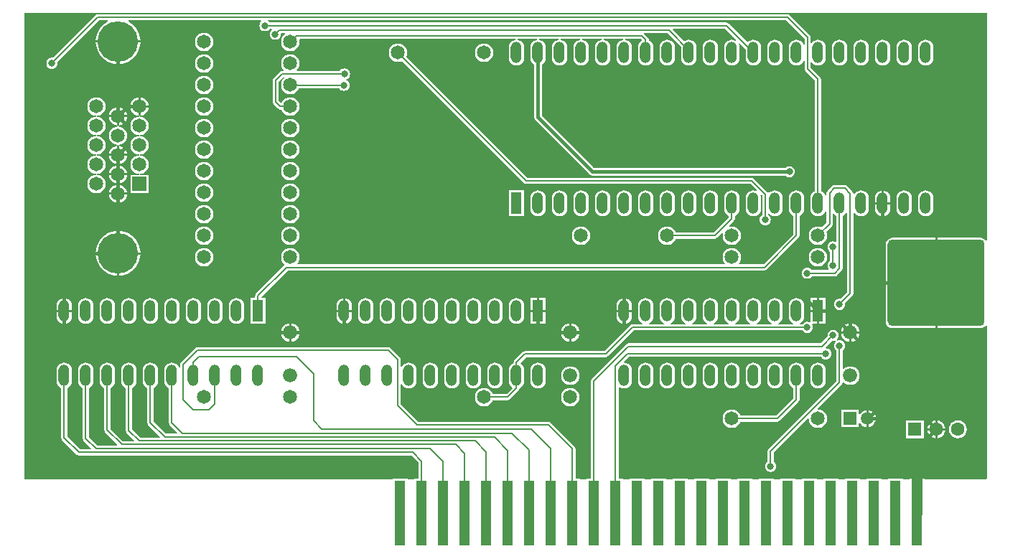
<source format=gbl>
%FSLAX23Y23*%
%MOIN*%
G70*
G01*
G75*
G04 Layer_Physical_Order=2*
G04 Layer_Color=16711680*
%ADD10R,0.050X0.300*%
%ADD11C,0.008*%
%ADD12C,0.015*%
%ADD13C,0.030*%
%ADD14C,0.065*%
G04:AMPARAMS|DCode=15|XSize=450mil|YSize=400mil|CornerRadius=20mil|HoleSize=0mil|Usage=FLASHONLY|Rotation=0.000|XOffset=0mil|YOffset=0mil|HoleType=Round|Shape=RoundedRectangle|*
%AMROUNDEDRECTD15*
21,1,0.450,0.360,0,0,0.0*
21,1,0.410,0.400,0,0,0.0*
1,1,0.040,0.205,-0.180*
1,1,0.040,-0.205,-0.180*
1,1,0.040,-0.205,0.180*
1,1,0.040,0.205,0.180*
%
%ADD15ROUNDEDRECTD15*%
%ADD16R,0.063X0.063*%
%ADD17C,0.063*%
%ADD18C,0.059*%
%ADD19R,0.059X0.059*%
%ADD20C,0.066*%
%ADD21C,0.188*%
%ADD22R,0.065X0.065*%
%ADD23O,0.050X0.100*%
%ADD24R,0.050X0.100*%
%ADD25C,0.032*%
%ADD26C,0.050*%
G36*
X6985Y2428D02*
X6980Y2427D01*
X6976Y2431D01*
X6970Y2436D01*
X6963Y2439D01*
X6955Y2440D01*
X6755D01*
Y2230D01*
Y2020D01*
X6955D01*
X6963Y2021D01*
X6970Y2024D01*
X6976Y2029D01*
X6980Y2033D01*
X6985Y2032D01*
Y1325D01*
X6979Y1319D01*
X6695D01*
Y1320D01*
X6665D01*
Y1160D01*
X6655D01*
Y1320D01*
X6625D01*
Y1319D01*
X6595D01*
Y1320D01*
X6525D01*
Y1319D01*
X6495D01*
Y1320D01*
X6425D01*
Y1319D01*
X6395D01*
Y1320D01*
X6325D01*
Y1319D01*
X6295D01*
Y1320D01*
X6225D01*
Y1319D01*
X6195D01*
Y1320D01*
X6125D01*
Y1319D01*
X6095D01*
Y1320D01*
X6025D01*
Y1319D01*
X5995D01*
Y1320D01*
X5925D01*
Y1319D01*
X5895D01*
Y1320D01*
X5825D01*
Y1319D01*
X5795D01*
Y1320D01*
X5725D01*
Y1319D01*
X5695D01*
Y1320D01*
X5625D01*
Y1319D01*
X5595D01*
Y1320D01*
X5525D01*
Y1319D01*
X5495D01*
Y1320D01*
X5425D01*
Y1319D01*
X5395D01*
Y1320D01*
X5325D01*
Y1319D01*
X5295D01*
Y1320D01*
X5274D01*
Y1745D01*
X5279Y1747D01*
X5282Y1744D01*
X5291Y1741D01*
X5300Y1740D01*
X5309Y1741D01*
X5318Y1744D01*
X5325Y1750D01*
X5331Y1757D01*
X5334Y1766D01*
X5335Y1775D01*
Y1825D01*
X5334Y1834D01*
X5331Y1843D01*
X5325Y1850D01*
X5318Y1856D01*
X5309Y1859D01*
X5300Y1860D01*
X5298Y1864D01*
X5321Y1887D01*
X6214D01*
X6217Y1882D01*
X6223Y1878D01*
X6229Y1876D01*
X6236Y1875D01*
X6243Y1876D01*
X6249Y1878D01*
X6255Y1882D01*
X6259Y1888D01*
X6261Y1894D01*
X6262Y1901D01*
X6261Y1908D01*
X6259Y1914D01*
X6255Y1920D01*
X6249Y1924D01*
X6243Y1926D01*
X6236Y1927D01*
X6234Y1931D01*
X6265Y1961D01*
X6270Y1961D01*
X6277Y1962D01*
X6281Y1963D01*
X6283Y1959D01*
X6281Y1958D01*
X6277Y1952D01*
X6275Y1946D01*
X6274Y1939D01*
X6275Y1932D01*
X6277Y1926D01*
X6281Y1920D01*
X6286Y1917D01*
Y1775D01*
X5970Y1459D01*
X5967Y1454D01*
X5966Y1449D01*
X5966Y1449D01*
Y1401D01*
X5961Y1398D01*
X5957Y1392D01*
X5955Y1386D01*
X5954Y1379D01*
X5955Y1372D01*
X5957Y1366D01*
X5961Y1360D01*
X5967Y1356D01*
X5973Y1354D01*
X5980Y1353D01*
X5987Y1354D01*
X5993Y1356D01*
X5999Y1360D01*
X6003Y1366D01*
X6005Y1372D01*
X6006Y1379D01*
X6005Y1386D01*
X6003Y1392D01*
X5999Y1398D01*
X5994Y1401D01*
Y1443D01*
X6152Y1601D01*
X6157Y1599D01*
X6159Y1589D01*
X6163Y1579D01*
X6170Y1570D01*
X6179Y1563D01*
X6189Y1559D01*
X6200Y1557D01*
X6211Y1559D01*
X6221Y1563D01*
X6230Y1570D01*
X6237Y1579D01*
X6241Y1589D01*
X6243Y1600D01*
X6241Y1611D01*
X6237Y1621D01*
X6230Y1630D01*
X6221Y1637D01*
X6211Y1641D01*
X6200Y1643D01*
X6198Y1647D01*
X6310Y1759D01*
X6310Y1759D01*
X6312Y1761D01*
X6313Y1763D01*
X6314Y1768D01*
X6319Y1770D01*
X6319Y1769D01*
X6328Y1762D01*
X6339Y1758D01*
X6350Y1757D01*
X6361Y1758D01*
X6372Y1762D01*
X6381Y1769D01*
X6388Y1778D01*
X6392Y1789D01*
X6393Y1800D01*
X6392Y1811D01*
X6388Y1822D01*
X6381Y1831D01*
X6372Y1838D01*
X6361Y1842D01*
X6350Y1843D01*
X6339Y1842D01*
X6328Y1838D01*
X6319Y1831D01*
X6319Y1830D01*
X6314Y1832D01*
Y1917D01*
X6319Y1920D01*
X6323Y1926D01*
X6325Y1932D01*
X6326Y1939D01*
X6325Y1946D01*
X6323Y1952D01*
X6319Y1958D01*
X6313Y1962D01*
X6307Y1964D01*
X6300Y1965D01*
X6293Y1964D01*
X6289Y1963D01*
X6287Y1967D01*
X6289Y1968D01*
X6293Y1974D01*
X6295Y1980D01*
X6296Y1987D01*
X6295Y1994D01*
X6293Y2000D01*
X6289Y2006D01*
X6283Y2010D01*
X6277Y2012D01*
X6270Y2013D01*
X6263Y2012D01*
X6257Y2010D01*
X6251Y2006D01*
X6247Y2000D01*
X6245Y1994D01*
X6244Y1987D01*
X6244Y1982D01*
X6213Y1950D01*
X5320D01*
X5320Y1950D01*
X5315Y1949D01*
X5310Y1946D01*
X5310Y1946D01*
X5150Y1786D01*
X5147Y1781D01*
X5146Y1776D01*
X5146Y1776D01*
Y1320D01*
X5125D01*
Y1319D01*
X5095D01*
Y1320D01*
X5074D01*
Y1461D01*
X5074Y1461D01*
X5073Y1466D01*
X5070Y1471D01*
X5070Y1471D01*
X4960Y1581D01*
X4955Y1584D01*
X4950Y1585D01*
X4950Y1585D01*
X4344D01*
X4263Y1666D01*
Y1759D01*
X4268Y1760D01*
X4269Y1757D01*
X4275Y1750D01*
X4282Y1744D01*
X4291Y1741D01*
X4300Y1740D01*
X4309Y1741D01*
X4318Y1744D01*
X4325Y1750D01*
X4331Y1757D01*
X4334Y1766D01*
X4335Y1775D01*
Y1825D01*
X4334Y1834D01*
X4331Y1843D01*
X4325Y1850D01*
X4318Y1856D01*
X4309Y1859D01*
X4300Y1860D01*
X4291Y1859D01*
X4282Y1856D01*
X4275Y1850D01*
X4269Y1843D01*
X4268Y1840D01*
X4263Y1841D01*
Y1874D01*
X4263Y1874D01*
X4262Y1879D01*
X4262D01*
D01*
D01*
X4262Y1879D01*
D01*
D01*
D01*
D01*
X4262Y1879D01*
D01*
D01*
Y1879D01*
D01*
X4262D01*
D01*
D01*
X4262D01*
D01*
D01*
X4259Y1884D01*
X4259Y1884D01*
X4214Y1929D01*
X4209Y1932D01*
X4204Y1933D01*
X4204Y1933D01*
X3320D01*
X3315Y1932D01*
X3313Y1931D01*
X3310Y1929D01*
X3310Y1929D01*
X3242Y1861D01*
X3239Y1856D01*
X3238Y1851D01*
X3238Y1851D01*
Y1838D01*
X3233Y1837D01*
X3231Y1843D01*
X3225Y1850D01*
X3218Y1856D01*
X3209Y1859D01*
X3200Y1860D01*
X3191Y1859D01*
X3182Y1856D01*
X3175Y1850D01*
X3169Y1843D01*
X3166Y1834D01*
X3165Y1825D01*
Y1775D01*
X3166Y1766D01*
X3169Y1757D01*
X3175Y1750D01*
X3182Y1744D01*
X3186Y1743D01*
Y1581D01*
X3186Y1581D01*
X3187Y1576D01*
X3190Y1571D01*
X3226Y1534D01*
X3225Y1530D01*
X3173D01*
X3114Y1589D01*
Y1743D01*
X3118Y1744D01*
X3125Y1750D01*
X3131Y1757D01*
X3134Y1766D01*
X3135Y1775D01*
Y1825D01*
X3134Y1834D01*
X3131Y1843D01*
X3125Y1850D01*
X3118Y1856D01*
X3109Y1859D01*
X3100Y1860D01*
X3091Y1859D01*
X3082Y1856D01*
X3075Y1850D01*
X3069Y1843D01*
X3066Y1834D01*
X3065Y1825D01*
Y1775D01*
X3066Y1766D01*
X3069Y1757D01*
X3075Y1750D01*
X3082Y1744D01*
X3086Y1743D01*
Y1583D01*
X3086Y1583D01*
X3087Y1578D01*
X3090Y1573D01*
X3146Y1516D01*
X3145Y1512D01*
X3053D01*
X3014Y1551D01*
Y1743D01*
X3018Y1744D01*
X3025Y1750D01*
X3031Y1757D01*
X3034Y1766D01*
X3035Y1775D01*
Y1825D01*
X3034Y1834D01*
X3031Y1843D01*
X3025Y1850D01*
X3018Y1856D01*
X3009Y1859D01*
X3000Y1860D01*
X2991Y1859D01*
X2982Y1856D01*
X2975Y1850D01*
X2969Y1843D01*
X2966Y1834D01*
X2965Y1825D01*
Y1775D01*
X2966Y1766D01*
X2969Y1757D01*
X2975Y1750D01*
X2982Y1744D01*
X2986Y1743D01*
Y1545D01*
X2986Y1545D01*
X2987Y1540D01*
X2990Y1535D01*
X3026Y1498D01*
X3025Y1494D01*
X2973D01*
X2914Y1553D01*
Y1743D01*
X2918Y1744D01*
X2925Y1750D01*
X2931Y1757D01*
X2934Y1766D01*
X2935Y1775D01*
Y1825D01*
X2934Y1834D01*
X2931Y1843D01*
X2925Y1850D01*
X2918Y1856D01*
X2909Y1859D01*
X2900Y1860D01*
X2891Y1859D01*
X2882Y1856D01*
X2875Y1850D01*
X2869Y1843D01*
X2866Y1834D01*
X2865Y1825D01*
Y1775D01*
X2866Y1766D01*
X2869Y1757D01*
X2875Y1750D01*
X2882Y1744D01*
X2886Y1743D01*
Y1547D01*
X2886Y1547D01*
X2887Y1542D01*
X2890Y1537D01*
X2946Y1480D01*
X2945Y1476D01*
X2853D01*
X2814Y1515D01*
Y1743D01*
X2818Y1744D01*
X2825Y1750D01*
X2831Y1757D01*
X2834Y1766D01*
X2835Y1775D01*
Y1825D01*
X2834Y1834D01*
X2831Y1843D01*
X2825Y1850D01*
X2818Y1856D01*
X2809Y1859D01*
X2800Y1860D01*
X2791Y1859D01*
X2782Y1856D01*
X2775Y1850D01*
X2769Y1843D01*
X2766Y1834D01*
X2765Y1825D01*
Y1775D01*
X2766Y1766D01*
X2769Y1757D01*
X2775Y1750D01*
X2782Y1744D01*
X2786Y1743D01*
Y1509D01*
X2786Y1509D01*
X2787Y1504D01*
X2790Y1499D01*
X2826Y1462D01*
X2825Y1458D01*
X2773D01*
X2714Y1517D01*
Y1743D01*
X2718Y1744D01*
X2725Y1750D01*
X2731Y1757D01*
X2734Y1766D01*
X2735Y1775D01*
Y1825D01*
X2734Y1834D01*
X2731Y1843D01*
X2725Y1850D01*
X2718Y1856D01*
X2709Y1859D01*
X2700Y1860D01*
X2691Y1859D01*
X2682Y1856D01*
X2675Y1850D01*
X2669Y1843D01*
X2666Y1834D01*
X2665Y1825D01*
Y1775D01*
X2666Y1766D01*
X2669Y1757D01*
X2675Y1750D01*
X2682Y1744D01*
X2686Y1743D01*
Y1511D01*
X2686Y1511D01*
X2687Y1506D01*
X2690Y1501D01*
X2757Y1433D01*
X2757Y1433D01*
X2760Y1432D01*
X2762Y1430D01*
X2767Y1429D01*
X2768Y1429D01*
X4314D01*
X4346Y1398D01*
Y1320D01*
X4325D01*
Y1319D01*
X4295D01*
Y1320D01*
X4225D01*
Y1319D01*
X2516D01*
X2515Y1320D01*
Y3485D01*
X6985D01*
Y2428D01*
D02*
G37*
%LPC*%
G36*
X4600Y2160D02*
X4591Y2159D01*
X4582Y2156D01*
X4575Y2150D01*
X4569Y2143D01*
X4566Y2134D01*
X4565Y2125D01*
Y2075D01*
X4566Y2066D01*
X4569Y2057D01*
X4575Y2050D01*
X4582Y2044D01*
X4591Y2041D01*
X4600Y2040D01*
X4609Y2041D01*
X4618Y2044D01*
X4625Y2050D01*
X4631Y2057D01*
X4634Y2066D01*
X4635Y2075D01*
Y2125D01*
X4634Y2134D01*
X4631Y2143D01*
X4625Y2150D01*
X4618Y2156D01*
X4609Y2159D01*
X4600Y2160D01*
D02*
G37*
G36*
X4500D02*
X4491Y2159D01*
X4482Y2156D01*
X4475Y2150D01*
X4469Y2143D01*
X4466Y2134D01*
X4465Y2125D01*
Y2075D01*
X4466Y2066D01*
X4469Y2057D01*
X4475Y2050D01*
X4482Y2044D01*
X4491Y2041D01*
X4500Y2040D01*
X4509Y2041D01*
X4518Y2044D01*
X4525Y2050D01*
X4531Y2057D01*
X4534Y2066D01*
X4535Y2075D01*
Y2125D01*
X4534Y2134D01*
X4531Y2143D01*
X4525Y2150D01*
X4518Y2156D01*
X4509Y2159D01*
X4500Y2160D01*
D02*
G37*
G36*
X4300D02*
X4291Y2159D01*
X4282Y2156D01*
X4275Y2150D01*
X4269Y2143D01*
X4266Y2134D01*
X4265Y2125D01*
Y2075D01*
X4266Y2066D01*
X4269Y2057D01*
X4275Y2050D01*
X4282Y2044D01*
X4291Y2041D01*
X4300Y2040D01*
X4309Y2041D01*
X4318Y2044D01*
X4325Y2050D01*
X4331Y2057D01*
X4334Y2066D01*
X4335Y2075D01*
Y2125D01*
X4334Y2134D01*
X4331Y2143D01*
X4325Y2150D01*
X4318Y2156D01*
X4309Y2159D01*
X4300Y2160D01*
D02*
G37*
G36*
X4400D02*
X4391Y2159D01*
X4382Y2156D01*
X4375Y2150D01*
X4369Y2143D01*
X4366Y2134D01*
X4365Y2125D01*
Y2075D01*
X4366Y2066D01*
X4369Y2057D01*
X4375Y2050D01*
X4382Y2044D01*
X4391Y2041D01*
X4400Y2040D01*
X4409Y2041D01*
X4418Y2044D01*
X4425Y2050D01*
X4431Y2057D01*
X4434Y2066D01*
X4435Y2075D01*
Y2125D01*
X4434Y2134D01*
X4431Y2143D01*
X4425Y2150D01*
X4418Y2156D01*
X4409Y2159D01*
X4400Y2160D01*
D02*
G37*
G36*
X4935Y2095D02*
X4905D01*
Y2040D01*
X4935D01*
Y2095D01*
D02*
G37*
G36*
X6235D02*
X6205D01*
Y2040D01*
X6235D01*
Y2095D01*
D02*
G37*
G36*
X4895D02*
X4865D01*
Y2040D01*
X4895D01*
Y2095D01*
D02*
G37*
G36*
X4700Y2160D02*
X4691Y2159D01*
X4682Y2156D01*
X4675Y2150D01*
X4669Y2143D01*
X4666Y2134D01*
X4665Y2125D01*
Y2075D01*
X4666Y2066D01*
X4669Y2057D01*
X4675Y2050D01*
X4682Y2044D01*
X4691Y2041D01*
X4700Y2040D01*
X4709Y2041D01*
X4718Y2044D01*
X4725Y2050D01*
X4731Y2057D01*
X4734Y2066D01*
X4735Y2075D01*
Y2125D01*
X4734Y2134D01*
X4731Y2143D01*
X4725Y2150D01*
X4718Y2156D01*
X4709Y2159D01*
X4700Y2160D01*
D02*
G37*
G36*
X4800D02*
X4791Y2159D01*
X4782Y2156D01*
X4775Y2150D01*
X4769Y2143D01*
X4766Y2134D01*
X4765Y2125D01*
Y2075D01*
X4766Y2066D01*
X4769Y2057D01*
X4775Y2050D01*
X4782Y2044D01*
X4791Y2041D01*
X4800Y2040D01*
X4809Y2041D01*
X4818Y2044D01*
X4825Y2050D01*
X4831Y2057D01*
X4834Y2066D01*
X4835Y2075D01*
Y2125D01*
X4834Y2134D01*
X4831Y2143D01*
X4825Y2150D01*
X4818Y2156D01*
X4809Y2159D01*
X4800Y2160D01*
D02*
G37*
G36*
X4200D02*
X4191Y2159D01*
X4182Y2156D01*
X4175Y2150D01*
X4169Y2143D01*
X4166Y2134D01*
X4165Y2125D01*
Y2075D01*
X4166Y2066D01*
X4169Y2057D01*
X4175Y2050D01*
X4182Y2044D01*
X4191Y2041D01*
X4200Y2040D01*
X4209Y2041D01*
X4218Y2044D01*
X4225Y2050D01*
X4231Y2057D01*
X4234Y2066D01*
X4235Y2075D01*
Y2125D01*
X4234Y2134D01*
X4231Y2143D01*
X4225Y2150D01*
X4218Y2156D01*
X4209Y2159D01*
X4200Y2160D01*
D02*
G37*
G36*
X3000D02*
X2991Y2159D01*
X2982Y2156D01*
X2975Y2150D01*
X2969Y2143D01*
X2966Y2134D01*
X2965Y2125D01*
Y2075D01*
X2966Y2066D01*
X2969Y2057D01*
X2975Y2050D01*
X2982Y2044D01*
X2991Y2041D01*
X3000Y2040D01*
X3009Y2041D01*
X3018Y2044D01*
X3025Y2050D01*
X3031Y2057D01*
X3034Y2066D01*
X3035Y2075D01*
Y2125D01*
X3034Y2134D01*
X3031Y2143D01*
X3025Y2150D01*
X3018Y2156D01*
X3009Y2159D01*
X3000Y2160D01*
D02*
G37*
G36*
X3100D02*
X3091Y2159D01*
X3082Y2156D01*
X3075Y2150D01*
X3069Y2143D01*
X3066Y2134D01*
X3065Y2125D01*
Y2075D01*
X3066Y2066D01*
X3069Y2057D01*
X3075Y2050D01*
X3082Y2044D01*
X3091Y2041D01*
X3100Y2040D01*
X3109Y2041D01*
X3118Y2044D01*
X3125Y2050D01*
X3131Y2057D01*
X3134Y2066D01*
X3135Y2075D01*
Y2125D01*
X3134Y2134D01*
X3131Y2143D01*
X3125Y2150D01*
X3118Y2156D01*
X3109Y2159D01*
X3100Y2160D01*
D02*
G37*
G36*
X2800D02*
X2791Y2159D01*
X2782Y2156D01*
X2775Y2150D01*
X2769Y2143D01*
X2766Y2134D01*
X2765Y2125D01*
Y2075D01*
X2766Y2066D01*
X2769Y2057D01*
X2775Y2050D01*
X2782Y2044D01*
X2791Y2041D01*
X2800Y2040D01*
X2809Y2041D01*
X2818Y2044D01*
X2825Y2050D01*
X2831Y2057D01*
X2834Y2066D01*
X2835Y2075D01*
Y2125D01*
X2834Y2134D01*
X2831Y2143D01*
X2825Y2150D01*
X2818Y2156D01*
X2809Y2159D01*
X2800Y2160D01*
D02*
G37*
G36*
X2900D02*
X2891Y2159D01*
X2882Y2156D01*
X2875Y2150D01*
X2869Y2143D01*
X2866Y2134D01*
X2865Y2125D01*
Y2075D01*
X2866Y2066D01*
X2869Y2057D01*
X2875Y2050D01*
X2882Y2044D01*
X2891Y2041D01*
X2900Y2040D01*
X2909Y2041D01*
X2918Y2044D01*
X2925Y2050D01*
X2931Y2057D01*
X2934Y2066D01*
X2935Y2075D01*
Y2125D01*
X2934Y2134D01*
X2931Y2143D01*
X2925Y2150D01*
X2918Y2156D01*
X2909Y2159D01*
X2900Y2160D01*
D02*
G37*
G36*
X3200D02*
X3191Y2159D01*
X3182Y2156D01*
X3175Y2150D01*
X3169Y2143D01*
X3166Y2134D01*
X3165Y2125D01*
Y2075D01*
X3166Y2066D01*
X3169Y2057D01*
X3175Y2050D01*
X3182Y2044D01*
X3191Y2041D01*
X3200Y2040D01*
X3209Y2041D01*
X3218Y2044D01*
X3225Y2050D01*
X3231Y2057D01*
X3234Y2066D01*
X3235Y2075D01*
Y2125D01*
X3234Y2134D01*
X3231Y2143D01*
X3225Y2150D01*
X3218Y2156D01*
X3209Y2159D01*
X3200Y2160D01*
D02*
G37*
G36*
X3500D02*
X3491Y2159D01*
X3482Y2156D01*
X3475Y2150D01*
X3469Y2143D01*
X3466Y2134D01*
X3465Y2125D01*
Y2075D01*
X3466Y2066D01*
X3469Y2057D01*
X3475Y2050D01*
X3482Y2044D01*
X3491Y2041D01*
X3500Y2040D01*
X3509Y2041D01*
X3518Y2044D01*
X3525Y2050D01*
X3531Y2057D01*
X3534Y2066D01*
X3535Y2075D01*
Y2125D01*
X3534Y2134D01*
X3531Y2143D01*
X3525Y2150D01*
X3518Y2156D01*
X3509Y2159D01*
X3500Y2160D01*
D02*
G37*
G36*
X4100D02*
X4091Y2159D01*
X4082Y2156D01*
X4075Y2150D01*
X4069Y2143D01*
X4066Y2134D01*
X4065Y2125D01*
Y2075D01*
X4066Y2066D01*
X4069Y2057D01*
X4075Y2050D01*
X4082Y2044D01*
X4091Y2041D01*
X4100Y2040D01*
X4109Y2041D01*
X4118Y2044D01*
X4125Y2050D01*
X4131Y2057D01*
X4134Y2066D01*
X4135Y2075D01*
Y2125D01*
X4134Y2134D01*
X4131Y2143D01*
X4125Y2150D01*
X4118Y2156D01*
X4109Y2159D01*
X4100Y2160D01*
D02*
G37*
G36*
X3300D02*
X3291Y2159D01*
X3282Y2156D01*
X3275Y2150D01*
X3269Y2143D01*
X3266Y2134D01*
X3265Y2125D01*
Y2075D01*
X3266Y2066D01*
X3269Y2057D01*
X3275Y2050D01*
X3282Y2044D01*
X3291Y2041D01*
X3300Y2040D01*
X3309Y2041D01*
X3318Y2044D01*
X3325Y2050D01*
X3331Y2057D01*
X3334Y2066D01*
X3335Y2075D01*
Y2125D01*
X3334Y2134D01*
X3331Y2143D01*
X3325Y2150D01*
X3318Y2156D01*
X3309Y2159D01*
X3300Y2160D01*
D02*
G37*
G36*
X3400D02*
X3391Y2159D01*
X3382Y2156D01*
X3375Y2150D01*
X3369Y2143D01*
X3366Y2134D01*
X3365Y2125D01*
Y2075D01*
X3366Y2066D01*
X3369Y2057D01*
X3375Y2050D01*
X3382Y2044D01*
X3391Y2041D01*
X3400Y2040D01*
X3409Y2041D01*
X3418Y2044D01*
X3425Y2050D01*
X3431Y2057D01*
X3434Y2066D01*
X3435Y2075D01*
Y2125D01*
X3434Y2134D01*
X3431Y2143D01*
X3425Y2150D01*
X3418Y2156D01*
X3409Y2159D01*
X3400Y2160D01*
D02*
G37*
G36*
X5295Y2160D02*
X5291Y2159D01*
X5282Y2156D01*
X5275Y2150D01*
X5269Y2143D01*
X5266Y2134D01*
X5265Y2125D01*
Y2105D01*
X5295D01*
Y2160D01*
D02*
G37*
G36*
X5305D02*
Y2105D01*
X5335D01*
Y2125D01*
X5334Y2134D01*
X5331Y2143D01*
X5325Y2150D01*
X5318Y2156D01*
X5309Y2159D01*
X5305Y2160D01*
D02*
G37*
G36*
X4895Y2160D02*
X4865D01*
Y2105D01*
X4895D01*
Y2160D01*
D02*
G37*
G36*
X4935D02*
X4905D01*
Y2105D01*
X4935D01*
Y2160D01*
D02*
G37*
G36*
X6195D02*
X6165D01*
Y2105D01*
X6195D01*
Y2160D01*
D02*
G37*
G36*
X2945Y2363D02*
X2846D01*
X2847Y2352D01*
X2851Y2336D01*
X2857Y2321D01*
X2866Y2307D01*
X2876Y2294D01*
X2889Y2284D01*
X2903Y2275D01*
X2918Y2269D01*
X2934Y2265D01*
X2945Y2264D01*
Y2363D01*
D02*
G37*
G36*
X3054D02*
X2955D01*
Y2264D01*
X2966Y2265D01*
X2982Y2269D01*
X2997Y2275D01*
X3011Y2284D01*
X3024Y2294D01*
X3034Y2307D01*
X3043Y2321D01*
X3049Y2336D01*
X3053Y2352D01*
X3054Y2363D01*
D02*
G37*
G36*
X6235Y2160D02*
X6205D01*
Y2105D01*
X6235D01*
Y2160D01*
D02*
G37*
G36*
X6745Y2440D02*
X6545D01*
X6537Y2439D01*
X6530Y2436D01*
X6524Y2431D01*
X6519Y2425D01*
X6516Y2418D01*
X6515Y2410D01*
Y2235D01*
X6745D01*
Y2440D01*
D02*
G37*
G36*
X4005Y2160D02*
Y2105D01*
X4035D01*
Y2125D01*
X4034Y2134D01*
X4031Y2143D01*
X4025Y2150D01*
X4018Y2156D01*
X4009Y2159D01*
X4005Y2160D01*
D02*
G37*
G36*
X3995Y2095D02*
X3965D01*
Y2075D01*
X3966Y2066D01*
X3969Y2057D01*
X3975Y2050D01*
X3982Y2044D01*
X3991Y2041D01*
X3995Y2040D01*
Y2095D01*
D02*
G37*
G36*
X4035D02*
X4005D01*
Y2040D01*
X4009Y2041D01*
X4018Y2044D01*
X4025Y2050D01*
X4031Y2057D01*
X4034Y2066D01*
X4035Y2075D01*
Y2095D01*
D02*
G37*
G36*
X2695D02*
X2665D01*
Y2075D01*
X2666Y2066D01*
X2669Y2057D01*
X2675Y2050D01*
X2682Y2044D01*
X2691Y2041D01*
X2695Y2040D01*
Y2095D01*
D02*
G37*
G36*
X2735D02*
X2705D01*
Y2040D01*
X2709Y2041D01*
X2718Y2044D01*
X2725Y2050D01*
X2731Y2057D01*
X2734Y2066D01*
X2735Y2075D01*
Y2095D01*
D02*
G37*
G36*
X5295D02*
X5265D01*
Y2075D01*
X5266Y2066D01*
X5269Y2057D01*
X5275Y2050D01*
X5282Y2044D01*
X5291Y2041D01*
X5295Y2040D01*
Y2095D01*
D02*
G37*
G36*
X2705Y2160D02*
Y2105D01*
X2735D01*
Y2125D01*
X2734Y2134D01*
X2731Y2143D01*
X2725Y2150D01*
X2718Y2156D01*
X2709Y2159D01*
X2705Y2160D01*
D02*
G37*
G36*
X3995D02*
X3991Y2159D01*
X3982Y2156D01*
X3975Y2150D01*
X3969Y2143D01*
X3966Y2134D01*
X3965Y2125D01*
Y2105D01*
X3995D01*
Y2160D01*
D02*
G37*
G36*
X5335Y2095D02*
X5305D01*
Y2040D01*
X5309Y2041D01*
X5318Y2044D01*
X5325Y2050D01*
X5331Y2057D01*
X5334Y2066D01*
X5335Y2075D01*
Y2095D01*
D02*
G37*
G36*
X2695Y2160D02*
X2691Y2159D01*
X2682Y2156D01*
X2675Y2150D01*
X2669Y2143D01*
X2666Y2134D01*
X2665Y2125D01*
Y2105D01*
X2695D01*
Y2160D01*
D02*
G37*
G36*
X4500Y1860D02*
X4491Y1859D01*
X4482Y1856D01*
X4475Y1850D01*
X4469Y1843D01*
X4466Y1834D01*
X4465Y1825D01*
Y1775D01*
X4466Y1766D01*
X4469Y1757D01*
X4475Y1750D01*
X4482Y1744D01*
X4491Y1741D01*
X4500Y1740D01*
X4509Y1741D01*
X4518Y1744D01*
X4525Y1750D01*
X4531Y1757D01*
X4534Y1766D01*
X4535Y1775D01*
Y1825D01*
X4534Y1834D01*
X4531Y1843D01*
X4525Y1850D01*
X4518Y1856D01*
X4509Y1859D01*
X4500Y1860D01*
D02*
G37*
G36*
X4600D02*
X4591Y1859D01*
X4582Y1856D01*
X4575Y1850D01*
X4569Y1843D01*
X4566Y1834D01*
X4565Y1825D01*
Y1775D01*
X4566Y1766D01*
X4569Y1757D01*
X4575Y1750D01*
X4582Y1744D01*
X4591Y1741D01*
X4600Y1740D01*
X4609Y1741D01*
X4618Y1744D01*
X4625Y1750D01*
X4631Y1757D01*
X4634Y1766D01*
X4635Y1775D01*
Y1825D01*
X4634Y1834D01*
X4631Y1843D01*
X4625Y1850D01*
X4618Y1856D01*
X4609Y1859D01*
X4600Y1860D01*
D02*
G37*
G36*
X6100D02*
X6091Y1859D01*
X6082Y1856D01*
X6075Y1850D01*
X6069Y1843D01*
X6066Y1834D01*
X6065Y1825D01*
Y1775D01*
X6066Y1766D01*
X6069Y1757D01*
X6075Y1750D01*
X6082Y1744D01*
X6086Y1743D01*
Y1695D01*
X6005Y1614D01*
X5840D01*
X5837Y1621D01*
X5830Y1630D01*
X5821Y1637D01*
X5811Y1641D01*
X5800Y1643D01*
X5789Y1641D01*
X5779Y1637D01*
X5770Y1630D01*
X5763Y1621D01*
X5759Y1611D01*
X5757Y1600D01*
X5759Y1589D01*
X5763Y1579D01*
X5770Y1570D01*
X5779Y1563D01*
X5789Y1559D01*
X5800Y1557D01*
X5811Y1559D01*
X5821Y1563D01*
X5830Y1570D01*
X5837Y1579D01*
X5840Y1586D01*
X6011D01*
X6011Y1586D01*
X6016Y1587D01*
X6021Y1590D01*
X6110Y1679D01*
X6110Y1679D01*
X6113Y1684D01*
D01*
D01*
D01*
Y1684D01*
X6113D01*
D01*
D01*
D01*
D01*
X6113D01*
D01*
D01*
D01*
D01*
Y1684D01*
X6113D01*
D01*
Y1684D01*
D01*
D01*
D01*
D01*
D01*
D01*
D01*
D01*
D01*
D01*
D01*
D01*
Y1684D01*
D01*
X6113D01*
D01*
D01*
D01*
D01*
X6113Y1684D01*
X6114Y1689D01*
X6114Y1689D01*
Y1743D01*
X6118Y1744D01*
X6125Y1750D01*
X6131Y1757D01*
X6134Y1766D01*
X6135Y1775D01*
Y1825D01*
X6134Y1834D01*
X6131Y1843D01*
X6125Y1850D01*
X6118Y1856D01*
X6109Y1859D01*
X6100Y1860D01*
D02*
G37*
G36*
X4400D02*
X4391Y1859D01*
X4382Y1856D01*
X4375Y1850D01*
X4369Y1843D01*
X4366Y1834D01*
X4365Y1825D01*
Y1775D01*
X4366Y1766D01*
X4369Y1757D01*
X4375Y1750D01*
X4382Y1744D01*
X4391Y1741D01*
X4400Y1740D01*
X4409Y1741D01*
X4418Y1744D01*
X4425Y1750D01*
X4431Y1757D01*
X4434Y1766D01*
X4435Y1775D01*
Y1825D01*
X4434Y1834D01*
X4431Y1843D01*
X4425Y1850D01*
X4418Y1856D01*
X4409Y1859D01*
X4400Y1860D01*
D02*
G37*
G36*
X4700D02*
X4691Y1859D01*
X4682Y1856D01*
X4675Y1850D01*
X4669Y1843D01*
X4666Y1834D01*
X4665Y1825D01*
Y1775D01*
X4666Y1766D01*
X4669Y1757D01*
X4675Y1750D01*
X4682Y1744D01*
X4691Y1741D01*
X4700Y1740D01*
X4709Y1741D01*
X4718Y1744D01*
X4725Y1750D01*
X4731Y1757D01*
X4734Y1766D01*
X4735Y1775D01*
Y1825D01*
X4734Y1834D01*
X4731Y1843D01*
X4725Y1850D01*
X4718Y1856D01*
X4709Y1859D01*
X4700Y1860D01*
D02*
G37*
G36*
X5500D02*
X5491Y1859D01*
X5482Y1856D01*
X5475Y1850D01*
X5469Y1843D01*
X5466Y1834D01*
X5465Y1825D01*
Y1775D01*
X5466Y1766D01*
X5469Y1757D01*
X5475Y1750D01*
X5482Y1744D01*
X5491Y1741D01*
X5500Y1740D01*
X5509Y1741D01*
X5518Y1744D01*
X5525Y1750D01*
X5531Y1757D01*
X5534Y1766D01*
X5535Y1775D01*
Y1825D01*
X5534Y1834D01*
X5531Y1843D01*
X5525Y1850D01*
X5518Y1856D01*
X5509Y1859D01*
X5500Y1860D01*
D02*
G37*
G36*
X5600D02*
X5591Y1859D01*
X5582Y1856D01*
X5575Y1850D01*
X5569Y1843D01*
X5566Y1834D01*
X5565Y1825D01*
Y1775D01*
X5566Y1766D01*
X5569Y1757D01*
X5575Y1750D01*
X5582Y1744D01*
X5591Y1741D01*
X5600Y1740D01*
X5609Y1741D01*
X5618Y1744D01*
X5625Y1750D01*
X5631Y1757D01*
X5634Y1766D01*
X5635Y1775D01*
Y1825D01*
X5634Y1834D01*
X5631Y1843D01*
X5625Y1850D01*
X5618Y1856D01*
X5609Y1859D01*
X5600Y1860D01*
D02*
G37*
G36*
X4900D02*
X4891Y1859D01*
X4882Y1856D01*
X4875Y1850D01*
X4869Y1843D01*
X4866Y1834D01*
X4865Y1825D01*
Y1775D01*
X4866Y1766D01*
X4869Y1757D01*
X4875Y1750D01*
X4882Y1744D01*
X4891Y1741D01*
X4900Y1740D01*
X4909Y1741D01*
X4918Y1744D01*
X4925Y1750D01*
X4931Y1757D01*
X4934Y1766D01*
X4935Y1775D01*
Y1825D01*
X4934Y1834D01*
X4931Y1843D01*
X4925Y1850D01*
X4918Y1856D01*
X4909Y1859D01*
X4900Y1860D01*
D02*
G37*
G36*
X5400D02*
X5391Y1859D01*
X5382Y1856D01*
X5375Y1850D01*
X5369Y1843D01*
X5366Y1834D01*
X5365Y1825D01*
Y1775D01*
X5366Y1766D01*
X5369Y1757D01*
X5375Y1750D01*
X5382Y1744D01*
X5391Y1741D01*
X5400Y1740D01*
X5409Y1741D01*
X5418Y1744D01*
X5425Y1750D01*
X5431Y1757D01*
X5434Y1766D01*
X5435Y1775D01*
Y1825D01*
X5434Y1834D01*
X5431Y1843D01*
X5425Y1850D01*
X5418Y1856D01*
X5409Y1859D01*
X5400Y1860D01*
D02*
G37*
G36*
X5050Y1743D02*
X5039Y1741D01*
X5029Y1737D01*
X5020Y1730D01*
X5013Y1721D01*
X5009Y1711D01*
X5007Y1700D01*
X5009Y1689D01*
X5013Y1679D01*
X5020Y1670D01*
X5029Y1663D01*
X5039Y1659D01*
X5050Y1657D01*
X5061Y1659D01*
X5071Y1663D01*
X5080Y1670D01*
X5087Y1679D01*
X5091Y1689D01*
X5093Y1700D01*
X5091Y1711D01*
X5087Y1721D01*
X5080Y1730D01*
X5071Y1737D01*
X5061Y1741D01*
X5050Y1743D01*
D02*
G37*
G36*
X6745Y1545D02*
X6709D01*
X6710Y1539D01*
X6714Y1529D01*
X6720Y1520D01*
X6729Y1514D01*
X6739Y1510D01*
X6745Y1509D01*
Y1545D01*
D02*
G37*
G36*
X6791D02*
X6755D01*
Y1509D01*
X6761Y1510D01*
X6771Y1514D01*
X6780Y1520D01*
X6786Y1529D01*
X6790Y1539D01*
X6791Y1545D01*
D02*
G37*
G36*
X6850Y1592D02*
X6839Y1590D01*
X6829Y1586D01*
X6820Y1580D01*
X6814Y1571D01*
X6810Y1561D01*
X6808Y1550D01*
X6810Y1539D01*
X6814Y1529D01*
X6820Y1520D01*
X6829Y1514D01*
X6839Y1510D01*
X6850Y1508D01*
X6861Y1510D01*
X6871Y1514D01*
X6880Y1520D01*
X6886Y1529D01*
X6890Y1539D01*
X6892Y1550D01*
X6890Y1561D01*
X6886Y1571D01*
X6880Y1580D01*
X6871Y1586D01*
X6861Y1590D01*
X6850Y1592D01*
D02*
G37*
G36*
X6691Y1591D02*
X6609D01*
Y1509D01*
X6691D01*
Y1591D01*
D02*
G37*
G36*
X6745Y1591D02*
X6739Y1590D01*
X6729Y1586D01*
X6720Y1580D01*
X6714Y1571D01*
X6710Y1561D01*
X6709Y1555D01*
X6745D01*
Y1591D01*
D02*
G37*
G36*
X6468Y1595D02*
X6434D01*
Y1561D01*
X6439Y1561D01*
X6449Y1565D01*
X6457Y1572D01*
X6463Y1580D01*
X6467Y1590D01*
X6468Y1595D01*
D02*
G37*
G36*
X6434Y1639D02*
Y1605D01*
X6468D01*
X6467Y1610D01*
X6463Y1620D01*
X6457Y1628D01*
X6449Y1635D01*
X6439Y1639D01*
X6434Y1639D01*
D02*
G37*
G36*
X6755Y1591D02*
Y1555D01*
X6791D01*
X6790Y1561D01*
X6786Y1571D01*
X6780Y1580D01*
X6771Y1586D01*
X6761Y1590D01*
X6755Y1591D01*
D02*
G37*
G36*
X6390Y1640D02*
X6310D01*
Y1560D01*
X6390D01*
Y1578D01*
X6393Y1580D01*
X6394Y1580D01*
X6401Y1572D01*
X6409Y1565D01*
X6418Y1561D01*
X6424Y1561D01*
Y1600D01*
Y1639D01*
X6418Y1639D01*
X6409Y1635D01*
X6401Y1628D01*
X6394Y1620D01*
X6393Y1620D01*
X6390Y1622D01*
Y1640D01*
D02*
G37*
G36*
X5700Y1860D02*
X5691Y1859D01*
X5682Y1856D01*
X5675Y1850D01*
X5669Y1843D01*
X5666Y1834D01*
X5665Y1825D01*
Y1775D01*
X5666Y1766D01*
X5669Y1757D01*
X5675Y1750D01*
X5682Y1744D01*
X5691Y1741D01*
X5700Y1740D01*
X5709Y1741D01*
X5718Y1744D01*
X5725Y1750D01*
X5731Y1757D01*
X5734Y1766D01*
X5735Y1775D01*
Y1825D01*
X5734Y1834D01*
X5731Y1843D01*
X5725Y1850D01*
X5718Y1856D01*
X5709Y1859D01*
X5700Y1860D01*
D02*
G37*
G36*
X3755Y2043D02*
Y2005D01*
X3793D01*
X3792Y2011D01*
X3788Y2022D01*
X3781Y2031D01*
X3772Y2038D01*
X3761Y2042D01*
X3755Y2043D01*
D02*
G37*
G36*
X5045D02*
X5039Y2042D01*
X5028Y2038D01*
X5019Y2031D01*
X5012Y2022D01*
X5008Y2011D01*
X5007Y2005D01*
X5045D01*
Y2043D01*
D02*
G37*
G36*
X6393Y1995D02*
X6355D01*
Y1957D01*
X6361Y1958D01*
X6372Y1962D01*
X6381Y1969D01*
X6388Y1978D01*
X6392Y1989D01*
X6393Y1995D01*
D02*
G37*
G36*
X3745Y2043D02*
X3739Y2042D01*
X3728Y2038D01*
X3719Y2031D01*
X3712Y2022D01*
X3708Y2011D01*
X3707Y2005D01*
X3745D01*
Y2043D01*
D02*
G37*
G36*
X5055D02*
Y2005D01*
X5093D01*
X5092Y2011D01*
X5088Y2022D01*
X5081Y2031D01*
X5072Y2038D01*
X5061Y2042D01*
X5055Y2043D01*
D02*
G37*
G36*
X6745Y2225D02*
X6515D01*
Y2050D01*
X6516Y2042D01*
X6519Y2035D01*
X6524Y2029D01*
X6530Y2024D01*
X6537Y2021D01*
X6545Y2020D01*
X6745D01*
Y2225D01*
D02*
G37*
G36*
X6100Y2160D02*
X6091Y2159D01*
X6082Y2156D01*
X6075Y2150D01*
X6069Y2143D01*
X6066Y2134D01*
X6065Y2125D01*
Y2075D01*
X6066Y2066D01*
X6069Y2057D01*
X6075Y2050D01*
X6082Y2044D01*
X6085Y2043D01*
X6084Y2038D01*
X6016D01*
X6015Y2043D01*
X6018Y2044D01*
X6025Y2050D01*
X6031Y2057D01*
X6034Y2066D01*
X6035Y2075D01*
Y2125D01*
X6034Y2134D01*
X6031Y2143D01*
X6025Y2150D01*
X6018Y2156D01*
X6009Y2159D01*
X6000Y2160D01*
X5991Y2159D01*
X5982Y2156D01*
X5975Y2150D01*
X5969Y2143D01*
X5966Y2134D01*
X5965Y2125D01*
Y2075D01*
X5966Y2066D01*
X5969Y2057D01*
X5975Y2050D01*
X5982Y2044D01*
X5985Y2043D01*
X5984Y2038D01*
X5916D01*
X5915Y2043D01*
X5918Y2044D01*
X5925Y2050D01*
X5931Y2057D01*
X5934Y2066D01*
X5935Y2075D01*
Y2125D01*
X5934Y2134D01*
X5931Y2143D01*
X5925Y2150D01*
X5918Y2156D01*
X5909Y2159D01*
X5900Y2160D01*
X5891Y2159D01*
X5882Y2156D01*
X5875Y2150D01*
X5869Y2143D01*
X5866Y2134D01*
X5865Y2125D01*
Y2075D01*
X5866Y2066D01*
X5869Y2057D01*
X5875Y2050D01*
X5882Y2044D01*
X5885Y2043D01*
X5884Y2038D01*
X5816D01*
X5815Y2043D01*
X5818Y2044D01*
X5825Y2050D01*
X5831Y2057D01*
X5834Y2066D01*
X5835Y2075D01*
Y2125D01*
X5834Y2134D01*
X5831Y2143D01*
X5825Y2150D01*
X5818Y2156D01*
X5809Y2159D01*
X5800Y2160D01*
X5791Y2159D01*
X5782Y2156D01*
X5775Y2150D01*
X5769Y2143D01*
X5766Y2134D01*
X5765Y2125D01*
Y2075D01*
X5766Y2066D01*
X5769Y2057D01*
X5775Y2050D01*
X5782Y2044D01*
X5785Y2043D01*
X5784Y2038D01*
X5716D01*
X5715Y2043D01*
X5718Y2044D01*
X5725Y2050D01*
X5731Y2057D01*
X5734Y2066D01*
X5735Y2075D01*
Y2125D01*
X5734Y2134D01*
X5731Y2143D01*
X5725Y2150D01*
X5718Y2156D01*
X5709Y2159D01*
X5700Y2160D01*
X5691Y2159D01*
X5682Y2156D01*
X5675Y2150D01*
X5669Y2143D01*
X5666Y2134D01*
X5665Y2125D01*
Y2075D01*
X5666Y2066D01*
X5669Y2057D01*
X5675Y2050D01*
X5682Y2044D01*
X5685Y2043D01*
X5684Y2038D01*
X5616D01*
X5615Y2043D01*
X5618Y2044D01*
X5625Y2050D01*
X5631Y2057D01*
X5634Y2066D01*
X5635Y2075D01*
Y2125D01*
X5634Y2134D01*
X5631Y2143D01*
X5625Y2150D01*
X5618Y2156D01*
X5609Y2159D01*
X5600Y2160D01*
X5591Y2159D01*
X5582Y2156D01*
X5575Y2150D01*
X5569Y2143D01*
X5566Y2134D01*
X5565Y2125D01*
Y2075D01*
X5566Y2066D01*
X5569Y2057D01*
X5575Y2050D01*
X5582Y2044D01*
X5585Y2043D01*
X5584Y2038D01*
X5516D01*
X5515Y2043D01*
X5518Y2044D01*
X5525Y2050D01*
X5531Y2057D01*
X5534Y2066D01*
X5535Y2075D01*
Y2125D01*
X5534Y2134D01*
X5531Y2143D01*
X5525Y2150D01*
X5518Y2156D01*
X5509Y2159D01*
X5500Y2160D01*
X5491Y2159D01*
X5482Y2156D01*
X5475Y2150D01*
X5469Y2143D01*
X5466Y2134D01*
X5465Y2125D01*
Y2075D01*
X5466Y2066D01*
X5469Y2057D01*
X5475Y2050D01*
X5482Y2044D01*
X5485Y2043D01*
X5484Y2038D01*
X5416D01*
X5415Y2043D01*
X5418Y2044D01*
X5425Y2050D01*
X5431Y2057D01*
X5434Y2066D01*
X5435Y2075D01*
Y2125D01*
X5434Y2134D01*
X5431Y2143D01*
X5425Y2150D01*
X5418Y2156D01*
X5409Y2159D01*
X5400Y2160D01*
X5391Y2159D01*
X5382Y2156D01*
X5375Y2150D01*
X5369Y2143D01*
X5366Y2134D01*
X5365Y2125D01*
Y2075D01*
X5366Y2066D01*
X5369Y2057D01*
X5375Y2050D01*
X5382Y2044D01*
X5385Y2043D01*
X5384Y2038D01*
X5339D01*
X5339Y2038D01*
X5333Y2037D01*
X5328Y2034D01*
X5328Y2034D01*
X5209Y1914D01*
X4840D01*
X4835Y1913D01*
X4833Y1912D01*
X4830Y1910D01*
X4830Y1910D01*
X4790Y1870D01*
X4787Y1865D01*
X4786Y1860D01*
X4786Y1860D01*
Y1857D01*
X4782Y1856D01*
X4775Y1850D01*
X4769Y1843D01*
X4766Y1834D01*
X4765Y1825D01*
Y1775D01*
X4766Y1766D01*
X4769Y1757D01*
X4775Y1750D01*
X4780Y1746D01*
X4781Y1741D01*
X4754Y1714D01*
X4690D01*
X4687Y1721D01*
X4680Y1730D01*
X4671Y1737D01*
X4661Y1741D01*
X4650Y1743D01*
X4639Y1741D01*
X4629Y1737D01*
X4620Y1730D01*
X4613Y1721D01*
X4609Y1711D01*
X4607Y1700D01*
X4609Y1689D01*
X4613Y1679D01*
X4620Y1670D01*
X4629Y1663D01*
X4639Y1659D01*
X4650Y1657D01*
X4661Y1659D01*
X4671Y1663D01*
X4680Y1670D01*
X4687Y1679D01*
X4690Y1686D01*
X4760D01*
X4760Y1686D01*
X4765Y1687D01*
X4770Y1690D01*
X4810Y1730D01*
X4810Y1730D01*
X4812Y1733D01*
X4813Y1735D01*
X4814Y1740D01*
D01*
D01*
D01*
D01*
D01*
D01*
X4814D01*
D01*
D01*
D01*
Y1740D01*
X4814Y1740D01*
D01*
D01*
D01*
D01*
D01*
D01*
D01*
D01*
D01*
D01*
D01*
Y1740D01*
X4814Y1743D01*
X4818Y1744D01*
X4825Y1750D01*
X4831Y1757D01*
X4834Y1766D01*
X4835Y1775D01*
Y1825D01*
X4834Y1834D01*
X4831Y1843D01*
X4825Y1850D01*
X4818Y1856D01*
X4817Y1857D01*
X4846Y1886D01*
X5215D01*
X5215Y1886D01*
X5220Y1887D01*
X5225Y1890D01*
X5344Y2010D01*
X6128D01*
X6131Y2005D01*
X6137Y2001D01*
X6143Y1999D01*
X6150Y1998D01*
X6157Y1999D01*
X6163Y2001D01*
X6169Y2005D01*
X6173Y2011D01*
X6175Y2017D01*
X6176Y2024D01*
X6175Y2031D01*
X6173Y2037D01*
X6174Y2040D01*
X6195D01*
Y2095D01*
X6165D01*
Y2050D01*
X6161Y2048D01*
X6157Y2049D01*
X6150Y2050D01*
X6143Y2049D01*
X6137Y2047D01*
X6131Y2043D01*
X6128Y2038D01*
X6116D01*
X6115Y2043D01*
X6118Y2044D01*
X6125Y2050D01*
X6131Y2057D01*
X6134Y2066D01*
X6135Y2075D01*
Y2125D01*
X6134Y2134D01*
X6131Y2143D01*
X6125Y2150D01*
X6118Y2156D01*
X6109Y2159D01*
X6100Y2160D01*
D02*
G37*
G36*
X6345Y2043D02*
X6339Y2042D01*
X6328Y2038D01*
X6319Y2031D01*
X6312Y2022D01*
X6308Y2011D01*
X6307Y2005D01*
X6345D01*
Y2043D01*
D02*
G37*
G36*
X6355D02*
Y2005D01*
X6393D01*
X6392Y2011D01*
X6388Y2022D01*
X6381Y2031D01*
X6372Y2038D01*
X6361Y2042D01*
X6355Y2043D01*
D02*
G37*
G36*
X6345Y1995D02*
X6307D01*
X6308Y1989D01*
X6312Y1978D01*
X6319Y1969D01*
X6328Y1962D01*
X6339Y1958D01*
X6345Y1957D01*
Y1995D01*
D02*
G37*
G36*
X6000Y1860D02*
X5991Y1859D01*
X5982Y1856D01*
X5975Y1850D01*
X5969Y1843D01*
X5966Y1834D01*
X5965Y1825D01*
Y1775D01*
X5966Y1766D01*
X5969Y1757D01*
X5975Y1750D01*
X5982Y1744D01*
X5991Y1741D01*
X6000Y1740D01*
X6009Y1741D01*
X6018Y1744D01*
X6025Y1750D01*
X6031Y1757D01*
X6034Y1766D01*
X6035Y1775D01*
Y1825D01*
X6034Y1834D01*
X6031Y1843D01*
X6025Y1850D01*
X6018Y1856D01*
X6009Y1859D01*
X6000Y1860D01*
D02*
G37*
G36*
X6200D02*
X6191Y1859D01*
X6182Y1856D01*
X6175Y1850D01*
X6169Y1843D01*
X6166Y1834D01*
X6165Y1825D01*
Y1775D01*
X6166Y1766D01*
X6169Y1757D01*
X6175Y1750D01*
X6182Y1744D01*
X6191Y1741D01*
X6200Y1740D01*
X6209Y1741D01*
X6218Y1744D01*
X6225Y1750D01*
X6231Y1757D01*
X6234Y1766D01*
X6235Y1775D01*
Y1825D01*
X6234Y1834D01*
X6231Y1843D01*
X6225Y1850D01*
X6218Y1856D01*
X6209Y1859D01*
X6200Y1860D01*
D02*
G37*
G36*
X5800D02*
X5791Y1859D01*
X5782Y1856D01*
X5775Y1850D01*
X5769Y1843D01*
X5766Y1834D01*
X5765Y1825D01*
Y1775D01*
X5766Y1766D01*
X5769Y1757D01*
X5775Y1750D01*
X5782Y1744D01*
X5791Y1741D01*
X5800Y1740D01*
X5809Y1741D01*
X5818Y1744D01*
X5825Y1750D01*
X5831Y1757D01*
X5834Y1766D01*
X5835Y1775D01*
Y1825D01*
X5834Y1834D01*
X5831Y1843D01*
X5825Y1850D01*
X5818Y1856D01*
X5809Y1859D01*
X5800Y1860D01*
D02*
G37*
G36*
X5900D02*
X5891Y1859D01*
X5882Y1856D01*
X5875Y1850D01*
X5869Y1843D01*
X5866Y1834D01*
X5865Y1825D01*
Y1775D01*
X5866Y1766D01*
X5869Y1757D01*
X5875Y1750D01*
X5882Y1744D01*
X5891Y1741D01*
X5900Y1740D01*
X5909Y1741D01*
X5918Y1744D01*
X5925Y1750D01*
X5931Y1757D01*
X5934Y1766D01*
X5935Y1775D01*
Y1825D01*
X5934Y1834D01*
X5931Y1843D01*
X5925Y1850D01*
X5918Y1856D01*
X5909Y1859D01*
X5900Y1860D01*
D02*
G37*
G36*
X5050Y1843D02*
X5039Y1842D01*
X5028Y1838D01*
X5019Y1831D01*
X5012Y1822D01*
X5008Y1811D01*
X5007Y1800D01*
X5008Y1789D01*
X5012Y1778D01*
X5019Y1769D01*
X5028Y1762D01*
X5039Y1758D01*
X5050Y1757D01*
X5061Y1758D01*
X5072Y1762D01*
X5081Y1769D01*
X5088Y1778D01*
X5092Y1789D01*
X5093Y1800D01*
X5092Y1811D01*
X5088Y1822D01*
X5081Y1831D01*
X5072Y1838D01*
X5061Y1842D01*
X5050Y1843D01*
D02*
G37*
G36*
X5045Y1995D02*
X5007D01*
X5008Y1989D01*
X5012Y1978D01*
X5019Y1969D01*
X5028Y1962D01*
X5039Y1958D01*
X5045Y1957D01*
Y1995D01*
D02*
G37*
G36*
X5093D02*
X5055D01*
Y1957D01*
X5061Y1958D01*
X5072Y1962D01*
X5081Y1969D01*
X5088Y1978D01*
X5092Y1989D01*
X5093Y1995D01*
D02*
G37*
G36*
X3745D02*
X3707D01*
X3708Y1989D01*
X3712Y1978D01*
X3719Y1969D01*
X3728Y1962D01*
X3739Y1958D01*
X3745Y1957D01*
Y1995D01*
D02*
G37*
G36*
X3793D02*
X3755D01*
Y1957D01*
X3761Y1958D01*
X3772Y1962D01*
X3781Y1969D01*
X3788Y1978D01*
X3792Y1989D01*
X3793Y1995D01*
D02*
G37*
G36*
X3350Y2393D02*
X3339Y2391D01*
X3329Y2387D01*
X3320Y2380D01*
X3313Y2371D01*
X3309Y2361D01*
X3307Y2350D01*
X3309Y2339D01*
X3313Y2329D01*
X3320Y2320D01*
X3329Y2313D01*
X3339Y2309D01*
X3350Y2307D01*
X3361Y2309D01*
X3371Y2313D01*
X3380Y2320D01*
X3387Y2329D01*
X3391Y2339D01*
X3393Y2350D01*
X3391Y2361D01*
X3387Y2371D01*
X3380Y2380D01*
X3371Y2387D01*
X3361Y2391D01*
X3350Y2393D01*
D02*
G37*
G36*
X3750Y2993D02*
X3739Y2991D01*
X3729Y2987D01*
X3720Y2980D01*
X3713Y2971D01*
X3709Y2961D01*
X3707Y2950D01*
X3709Y2939D01*
X3713Y2929D01*
X3720Y2920D01*
X3729Y2913D01*
X3739Y2909D01*
X3750Y2907D01*
X3761Y2909D01*
X3771Y2913D01*
X3780Y2920D01*
X3787Y2929D01*
X3791Y2939D01*
X3793Y2950D01*
X3791Y2961D01*
X3787Y2971D01*
X3780Y2980D01*
X3771Y2987D01*
X3761Y2991D01*
X3750Y2993D01*
D02*
G37*
G36*
X2992Y3000D02*
X2955D01*
Y2963D01*
X2961Y2964D01*
X2971Y2968D01*
X2980Y2975D01*
X2987Y2984D01*
X2991Y2994D01*
X2992Y3000D01*
D02*
G37*
G36*
X2947Y2962D02*
Y2957D01*
X2939Y2956D01*
X2929Y2952D01*
X2920Y2945D01*
X2913Y2936D01*
X2909Y2926D01*
X2907Y2915D01*
X2909Y2904D01*
X2913Y2894D01*
X2920Y2885D01*
X2929Y2878D01*
X2939Y2874D01*
X2947Y2872D01*
Y2868D01*
X2950Y2868D01*
X2953Y2868D01*
Y2872D01*
X2961Y2874D01*
X2971Y2878D01*
X2980Y2885D01*
X2987Y2894D01*
X2991Y2904D01*
X2993Y2915D01*
X2991Y2926D01*
X2987Y2936D01*
X2980Y2945D01*
X2971Y2952D01*
X2961Y2956D01*
X2953Y2957D01*
Y2962D01*
X2950Y2962D01*
X2947Y2962D01*
D02*
G37*
G36*
X3350Y2993D02*
X3339Y2991D01*
X3329Y2987D01*
X3320Y2980D01*
X3313Y2971D01*
X3309Y2961D01*
X3307Y2950D01*
X3309Y2939D01*
X3313Y2929D01*
X3320Y2920D01*
X3329Y2913D01*
X3339Y2909D01*
X3350Y2907D01*
X3361Y2909D01*
X3371Y2913D01*
X3380Y2920D01*
X3387Y2929D01*
X3391Y2939D01*
X3393Y2950D01*
X3391Y2961D01*
X3387Y2971D01*
X3380Y2980D01*
X3371Y2987D01*
X3361Y2991D01*
X3350Y2993D01*
D02*
G37*
G36*
X2945Y3000D02*
X2908D01*
X2909Y2994D01*
X2913Y2984D01*
X2920Y2975D01*
X2929Y2968D01*
X2939Y2964D01*
X2945Y2963D01*
Y3000D01*
D02*
G37*
G36*
X3045Y3045D02*
X3008D01*
X3009Y3039D01*
X3013Y3029D01*
X3020Y3020D01*
X3029Y3013D01*
X3039Y3009D01*
X3045Y3008D01*
Y3045D01*
D02*
G37*
G36*
X2945Y3047D02*
X2939Y3046D01*
X2929Y3042D01*
X2920Y3035D01*
X2913Y3026D01*
X2909Y3016D01*
X2908Y3010D01*
X2945D01*
Y3047D01*
D02*
G37*
G36*
X3350Y3093D02*
X3339Y3091D01*
X3329Y3087D01*
X3320Y3080D01*
X3313Y3071D01*
X3309Y3061D01*
X3307Y3050D01*
X3309Y3039D01*
X3313Y3029D01*
X3320Y3020D01*
X3329Y3013D01*
X3339Y3009D01*
X3350Y3007D01*
X3361Y3009D01*
X3371Y3013D01*
X3380Y3020D01*
X3387Y3029D01*
X3391Y3039D01*
X3393Y3050D01*
X3391Y3061D01*
X3387Y3071D01*
X3380Y3080D01*
X3371Y3087D01*
X3361Y3091D01*
X3350Y3093D01*
D02*
G37*
G36*
X3092Y3045D02*
X3055D01*
Y3008D01*
X3061Y3009D01*
X3071Y3013D01*
X3080Y3020D01*
X3087Y3029D01*
X3091Y3039D01*
X3092Y3045D01*
D02*
G37*
G36*
X2955Y2867D02*
Y2830D01*
X2992D01*
X2991Y2836D01*
X2987Y2846D01*
X2980Y2855D01*
X2971Y2862D01*
X2961Y2866D01*
X2955Y2867D01*
D02*
G37*
G36*
Y2777D02*
Y2740D01*
X2992D01*
X2991Y2746D01*
X2987Y2756D01*
X2980Y2765D01*
X2971Y2772D01*
X2961Y2776D01*
X2955Y2777D01*
D02*
G37*
G36*
X2947Y2782D02*
Y2778D01*
X2950Y2778D01*
X2953Y2778D01*
Y2782D01*
X2950Y2782D01*
X2947Y2782D01*
D02*
G37*
G36*
X3750Y2793D02*
X3739Y2791D01*
X3729Y2787D01*
X3720Y2780D01*
X3713Y2771D01*
X3709Y2761D01*
X3707Y2750D01*
X3709Y2739D01*
X3713Y2729D01*
X3720Y2720D01*
X3729Y2713D01*
X3739Y2709D01*
X3750Y2707D01*
X3761Y2709D01*
X3771Y2713D01*
X3780Y2720D01*
X3787Y2729D01*
X3791Y2739D01*
X3793Y2750D01*
X3791Y2761D01*
X3787Y2771D01*
X3780Y2780D01*
X3771Y2787D01*
X3761Y2791D01*
X3750Y2793D01*
D02*
G37*
G36*
X2945Y2777D02*
X2939Y2776D01*
X2929Y2772D01*
X2920Y2765D01*
X2913Y2756D01*
X2909Y2746D01*
X2908Y2740D01*
X2945D01*
Y2777D01*
D02*
G37*
G36*
X2992Y2820D02*
X2955D01*
Y2783D01*
X2961Y2784D01*
X2971Y2788D01*
X2980Y2795D01*
X2987Y2804D01*
X2991Y2814D01*
X2992Y2820D01*
D02*
G37*
G36*
X3750Y2893D02*
X3739Y2891D01*
X3729Y2887D01*
X3720Y2880D01*
X3713Y2871D01*
X3709Y2861D01*
X3707Y2850D01*
X3709Y2839D01*
X3713Y2829D01*
X3720Y2820D01*
X3729Y2813D01*
X3739Y2809D01*
X3750Y2807D01*
X3761Y2809D01*
X3771Y2813D01*
X3780Y2820D01*
X3787Y2829D01*
X3791Y2839D01*
X3793Y2850D01*
X3791Y2861D01*
X3787Y2871D01*
X3780Y2880D01*
X3771Y2887D01*
X3761Y2891D01*
X3750Y2893D01*
D02*
G37*
G36*
X2945Y2867D02*
X2939Y2866D01*
X2929Y2862D01*
X2920Y2855D01*
X2913Y2846D01*
X2909Y2836D01*
X2908Y2830D01*
X2945D01*
Y2867D01*
D02*
G37*
G36*
Y2820D02*
X2908D01*
X2909Y2814D01*
X2913Y2804D01*
X2920Y2795D01*
X2929Y2788D01*
X2939Y2784D01*
X2945Y2783D01*
Y2820D01*
D02*
G37*
G36*
X3350Y2893D02*
X3339Y2891D01*
X3329Y2887D01*
X3320Y2880D01*
X3313Y2871D01*
X3309Y2861D01*
X3307Y2850D01*
X3309Y2839D01*
X3313Y2829D01*
X3320Y2820D01*
X3329Y2813D01*
X3339Y2809D01*
X3350Y2807D01*
X3361Y2809D01*
X3371Y2813D01*
X3380Y2820D01*
X3387Y2829D01*
X3391Y2839D01*
X3393Y2850D01*
X3391Y2861D01*
X3387Y2871D01*
X3380Y2880D01*
X3371Y2887D01*
X3361Y2891D01*
X3350Y2893D01*
D02*
G37*
G36*
X6600Y3360D02*
X6591Y3359D01*
X6582Y3356D01*
X6575Y3350D01*
X6569Y3343D01*
X6566Y3334D01*
X6565Y3325D01*
Y3275D01*
X6566Y3266D01*
X6569Y3257D01*
X6575Y3250D01*
X6582Y3244D01*
X6591Y3241D01*
X6600Y3240D01*
X6609Y3241D01*
X6618Y3244D01*
X6625Y3250D01*
X6631Y3257D01*
X6634Y3266D01*
X6635Y3275D01*
Y3325D01*
X6634Y3334D01*
X6631Y3343D01*
X6625Y3350D01*
X6618Y3356D01*
X6609Y3359D01*
X6600Y3360D01*
D02*
G37*
G36*
X6700D02*
X6691Y3359D01*
X6682Y3356D01*
X6675Y3350D01*
X6669Y3343D01*
X6666Y3334D01*
X6665Y3325D01*
Y3275D01*
X6666Y3266D01*
X6669Y3257D01*
X6675Y3250D01*
X6682Y3244D01*
X6691Y3241D01*
X6700Y3240D01*
X6709Y3241D01*
X6718Y3244D01*
X6725Y3250D01*
X6731Y3257D01*
X6734Y3266D01*
X6735Y3275D01*
Y3325D01*
X6734Y3334D01*
X6731Y3343D01*
X6725Y3350D01*
X6718Y3356D01*
X6709Y3359D01*
X6700Y3360D01*
D02*
G37*
G36*
X6400D02*
X6391Y3359D01*
X6382Y3356D01*
X6375Y3350D01*
X6369Y3343D01*
X6366Y3334D01*
X6365Y3325D01*
Y3275D01*
X6366Y3266D01*
X6369Y3257D01*
X6375Y3250D01*
X6382Y3244D01*
X6391Y3241D01*
X6400Y3240D01*
X6409Y3241D01*
X6418Y3244D01*
X6425Y3250D01*
X6431Y3257D01*
X6434Y3266D01*
X6435Y3275D01*
Y3325D01*
X6434Y3334D01*
X6431Y3343D01*
X6425Y3350D01*
X6418Y3356D01*
X6409Y3359D01*
X6400Y3360D01*
D02*
G37*
G36*
X6500D02*
X6491Y3359D01*
X6482Y3356D01*
X6475Y3350D01*
X6469Y3343D01*
X6466Y3334D01*
X6465Y3325D01*
Y3275D01*
X6466Y3266D01*
X6469Y3257D01*
X6475Y3250D01*
X6482Y3244D01*
X6491Y3241D01*
X6500Y3240D01*
X6509Y3241D01*
X6518Y3244D01*
X6525Y3250D01*
X6531Y3257D01*
X6534Y3266D01*
X6535Y3275D01*
Y3325D01*
X6534Y3334D01*
X6531Y3343D01*
X6525Y3350D01*
X6518Y3356D01*
X6509Y3359D01*
X6500Y3360D01*
D02*
G37*
G36*
X2945Y3347D02*
X2846D01*
X2847Y3336D01*
X2851Y3320D01*
X2857Y3305D01*
X2866Y3291D01*
X2876Y3278D01*
X2889Y3268D01*
X2903Y3259D01*
X2918Y3253D01*
X2934Y3249D01*
X2945Y3248D01*
Y3347D01*
D02*
G37*
G36*
X3350Y3393D02*
X3339Y3391D01*
X3329Y3387D01*
X3320Y3380D01*
X3313Y3371D01*
X3309Y3361D01*
X3307Y3350D01*
X3309Y3339D01*
X3313Y3329D01*
X3320Y3320D01*
X3329Y3313D01*
X3339Y3309D01*
X3350Y3307D01*
X3361Y3309D01*
X3371Y3313D01*
X3380Y3320D01*
X3387Y3329D01*
X3391Y3339D01*
X3393Y3350D01*
X3391Y3361D01*
X3387Y3371D01*
X3380Y3380D01*
X3371Y3387D01*
X3361Y3391D01*
X3350Y3393D01*
D02*
G37*
G36*
X6059Y3478D02*
X6059Y3478D01*
X2856D01*
X2856Y3478D01*
X2851Y3477D01*
X2846Y3474D01*
X2846Y3474D01*
X2648Y3277D01*
X2643Y3277D01*
X2636Y3276D01*
X2630Y3274D01*
X2624Y3270D01*
X2620Y3264D01*
X2618Y3258D01*
X2617Y3251D01*
X2618Y3244D01*
X2620Y3238D01*
X2624Y3232D01*
X2630Y3228D01*
X2636Y3226D01*
X2643Y3225D01*
X2650Y3226D01*
X2656Y3228D01*
X2662Y3232D01*
X2666Y3238D01*
X2668Y3244D01*
X2669Y3251D01*
X2669Y3256D01*
X2862Y3450D01*
X2901D01*
X2903Y3445D01*
X2889Y3436D01*
X2876Y3426D01*
X2866Y3413D01*
X2857Y3399D01*
X2851Y3384D01*
X2847Y3368D01*
X2846Y3357D01*
X3054D01*
X3053Y3368D01*
X3049Y3384D01*
X3043Y3399D01*
X3034Y3413D01*
X3024Y3426D01*
X3011Y3436D01*
X2997Y3445D01*
X2998Y3450D01*
X3612D01*
X3614Y3445D01*
X3613Y3445D01*
X3609Y3439D01*
X3607Y3433D01*
X3606Y3426D01*
X3607Y3419D01*
X3609Y3413D01*
X3613Y3407D01*
X3619Y3403D01*
X3625Y3401D01*
X3632Y3400D01*
X3639Y3401D01*
X3645Y3403D01*
X3651Y3407D01*
X3654Y3412D01*
X3663D01*
X3665Y3407D01*
X3661Y3405D01*
X3657Y3399D01*
X3655Y3393D01*
X3654Y3386D01*
X3655Y3379D01*
X3657Y3373D01*
X3661Y3367D01*
X3667Y3363D01*
X3673Y3361D01*
X3680Y3360D01*
X3687Y3361D01*
X3693Y3363D01*
X3699Y3367D01*
X3703Y3373D01*
X3705Y3379D01*
X3706Y3386D01*
X3709Y3390D01*
X3724D01*
X3726Y3385D01*
X3720Y3380D01*
X3713Y3371D01*
X3709Y3361D01*
X3707Y3350D01*
X3709Y3339D01*
X3713Y3329D01*
X3720Y3320D01*
X3729Y3313D01*
X3739Y3309D01*
X3750Y3307D01*
X3761Y3309D01*
X3771Y3313D01*
X3780Y3320D01*
X3787Y3329D01*
X3791Y3339D01*
X3793Y3350D01*
X3791Y3361D01*
X3794Y3365D01*
X4795D01*
X4796Y3360D01*
X4791Y3359D01*
X4782Y3356D01*
X4775Y3350D01*
X4769Y3343D01*
X4766Y3334D01*
X4765Y3325D01*
Y3275D01*
X4766Y3266D01*
X4769Y3257D01*
X4775Y3250D01*
X4782Y3244D01*
X4791Y3241D01*
X4800Y3240D01*
X4809Y3241D01*
X4818Y3244D01*
X4825Y3250D01*
X4831Y3257D01*
X4834Y3266D01*
X4835Y3275D01*
Y3325D01*
X4834Y3334D01*
X4831Y3343D01*
X4825Y3350D01*
X4818Y3356D01*
X4809Y3359D01*
X4804Y3360D01*
X4805Y3365D01*
X4895D01*
X4896Y3360D01*
X4891Y3359D01*
X4882Y3356D01*
X4875Y3350D01*
X4869Y3343D01*
X4866Y3334D01*
X4865Y3325D01*
Y3275D01*
X4866Y3266D01*
X4869Y3257D01*
X4875Y3250D01*
X4882Y3245D01*
Y3000D01*
X4882Y3000D01*
X4882D01*
X4884Y2993D01*
X4887Y2987D01*
X5140Y2734D01*
X5140Y2734D01*
X5146Y2731D01*
X5153Y2729D01*
X6048D01*
X6048Y2728D01*
X6054Y2724D01*
X6060Y2722D01*
X6067Y2721D01*
X6074Y2722D01*
X6080Y2724D01*
X6086Y2728D01*
X6090Y2734D01*
X6092Y2740D01*
X6093Y2747D01*
X6092Y2754D01*
X6090Y2760D01*
X6086Y2766D01*
X6080Y2770D01*
X6074Y2772D01*
X6067Y2773D01*
X6060Y2772D01*
X6054Y2770D01*
X6048Y2766D01*
X6048Y2765D01*
X5160D01*
X4918Y3007D01*
Y3245D01*
X4925Y3250D01*
X4931Y3257D01*
X4934Y3266D01*
X4935Y3275D01*
Y3325D01*
X4934Y3334D01*
X4931Y3343D01*
X4925Y3350D01*
X4918Y3356D01*
X4909Y3359D01*
X4904Y3360D01*
X4905Y3365D01*
X4995D01*
X4996Y3360D01*
X4991Y3359D01*
X4982Y3356D01*
X4975Y3350D01*
X4969Y3343D01*
X4966Y3334D01*
X4965Y3325D01*
Y3275D01*
X4966Y3266D01*
X4969Y3257D01*
X4975Y3250D01*
X4982Y3244D01*
X4991Y3241D01*
X5000Y3240D01*
X5009Y3241D01*
X5018Y3244D01*
X5025Y3250D01*
X5031Y3257D01*
X5034Y3266D01*
X5035Y3275D01*
Y3325D01*
X5034Y3334D01*
X5031Y3343D01*
X5025Y3350D01*
X5018Y3356D01*
X5009Y3359D01*
X5004Y3360D01*
X5005Y3365D01*
X5095D01*
X5096Y3360D01*
X5091Y3359D01*
X5082Y3356D01*
X5075Y3350D01*
X5069Y3343D01*
X5066Y3334D01*
X5065Y3325D01*
Y3275D01*
X5066Y3266D01*
X5069Y3257D01*
X5075Y3250D01*
X5082Y3244D01*
X5091Y3241D01*
X5100Y3240D01*
X5109Y3241D01*
X5118Y3244D01*
X5125Y3250D01*
X5131Y3257D01*
X5134Y3266D01*
X5135Y3275D01*
Y3325D01*
X5134Y3334D01*
X5131Y3343D01*
X5125Y3350D01*
X5118Y3356D01*
X5109Y3359D01*
X5104Y3360D01*
X5105Y3365D01*
X5195D01*
X5196Y3360D01*
X5191Y3359D01*
X5182Y3356D01*
X5175Y3350D01*
X5169Y3343D01*
X5166Y3334D01*
X5165Y3325D01*
Y3275D01*
X5166Y3266D01*
X5169Y3257D01*
X5175Y3250D01*
X5182Y3244D01*
X5191Y3241D01*
X5200Y3240D01*
X5209Y3241D01*
X5218Y3244D01*
X5225Y3250D01*
X5231Y3257D01*
X5234Y3266D01*
X5235Y3275D01*
Y3325D01*
X5234Y3334D01*
X5231Y3343D01*
X5225Y3350D01*
X5218Y3356D01*
X5209Y3359D01*
X5204Y3360D01*
X5205Y3365D01*
X5295D01*
X5296Y3360D01*
X5291Y3359D01*
X5282Y3356D01*
X5275Y3350D01*
X5269Y3343D01*
X5266Y3334D01*
X5265Y3325D01*
Y3275D01*
X5266Y3266D01*
X5269Y3257D01*
X5275Y3250D01*
X5282Y3244D01*
X5291Y3241D01*
X5300Y3240D01*
X5309Y3241D01*
X5318Y3244D01*
X5325Y3250D01*
X5331Y3257D01*
X5334Y3266D01*
X5335Y3275D01*
Y3325D01*
X5334Y3334D01*
X5331Y3343D01*
X5325Y3350D01*
X5318Y3356D01*
X5309Y3359D01*
X5304Y3360D01*
X5305Y3365D01*
X5377D01*
X5382Y3360D01*
X5382Y3355D01*
X5375Y3350D01*
X5369Y3343D01*
X5366Y3334D01*
X5365Y3325D01*
Y3275D01*
X5366Y3266D01*
X5369Y3257D01*
X5375Y3250D01*
X5382Y3244D01*
X5391Y3241D01*
X5400Y3240D01*
X5409Y3241D01*
X5418Y3244D01*
X5425Y3250D01*
X5431Y3257D01*
X5434Y3266D01*
X5435Y3275D01*
Y3325D01*
X5434Y3334D01*
X5431Y3343D01*
X5425Y3350D01*
X5418Y3356D01*
X5414Y3357D01*
Y3362D01*
X5413Y3367D01*
X5412Y3369D01*
X5410Y3372D01*
X5410Y3372D01*
X5393Y3389D01*
X5393Y3390D01*
X5502D01*
X5565Y3327D01*
X5565Y3325D01*
Y3275D01*
X5566Y3266D01*
X5569Y3257D01*
X5575Y3250D01*
X5582Y3244D01*
X5591Y3241D01*
X5600Y3240D01*
X5609Y3241D01*
X5618Y3244D01*
X5625Y3250D01*
X5631Y3257D01*
X5634Y3266D01*
X5635Y3275D01*
Y3325D01*
X5634Y3334D01*
X5631Y3343D01*
X5625Y3350D01*
X5618Y3356D01*
X5609Y3359D01*
X5600Y3360D01*
X5591Y3359D01*
X5582Y3356D01*
X5579Y3353D01*
X5525Y3407D01*
X5527Y3412D01*
X5768D01*
X5820Y3360D01*
X5817Y3356D01*
X5809Y3359D01*
X5800Y3360D01*
X5791Y3359D01*
X5782Y3356D01*
X5775Y3350D01*
X5769Y3343D01*
X5766Y3334D01*
X5765Y3325D01*
Y3275D01*
X5766Y3266D01*
X5769Y3257D01*
X5775Y3250D01*
X5782Y3244D01*
X5791Y3241D01*
X5800Y3240D01*
X5809Y3241D01*
X5818Y3244D01*
X5825Y3250D01*
X5831Y3257D01*
X5834Y3266D01*
X5835Y3275D01*
Y3325D01*
X5834Y3334D01*
X5831Y3342D01*
X5835Y3345D01*
X5865Y3315D01*
Y3275D01*
X5866Y3266D01*
X5869Y3257D01*
X5875Y3250D01*
X5882Y3244D01*
X5891Y3241D01*
X5900Y3240D01*
X5909Y3241D01*
X5918Y3244D01*
X5925Y3250D01*
X5931Y3257D01*
X5934Y3266D01*
X5935Y3275D01*
Y3325D01*
X5934Y3334D01*
X5931Y3343D01*
X5925Y3350D01*
X5918Y3356D01*
X5909Y3359D01*
X5900Y3360D01*
X5891Y3359D01*
X5882Y3356D01*
X5875Y3350D01*
X5871Y3350D01*
X5784Y3436D01*
X5779Y3439D01*
X5774Y3440D01*
X5774Y3440D01*
X3654D01*
X3651Y3445D01*
X3645Y3449D01*
X3645Y3450D01*
X6053D01*
X6138Y3365D01*
Y3338D01*
X6133Y3337D01*
X6131Y3343D01*
X6125Y3350D01*
X6118Y3356D01*
X6109Y3359D01*
X6100Y3360D01*
X6091Y3359D01*
X6082Y3356D01*
X6075Y3350D01*
X6069Y3343D01*
X6066Y3334D01*
X6065Y3325D01*
Y3275D01*
X6066Y3266D01*
X6069Y3257D01*
X6075Y3250D01*
X6082Y3244D01*
X6091Y3241D01*
X6100Y3240D01*
X6109Y3241D01*
X6118Y3244D01*
X6125Y3250D01*
X6131Y3257D01*
X6133Y3263D01*
X6138Y3262D01*
Y3225D01*
X6138Y3225D01*
X6139Y3220D01*
X6142Y3215D01*
X6186Y3171D01*
Y2657D01*
X6182Y2656D01*
X6175Y2650D01*
X6169Y2643D01*
X6166Y2634D01*
X6165Y2625D01*
Y2575D01*
X6166Y2566D01*
X6169Y2557D01*
X6175Y2550D01*
X6182Y2544D01*
X6191Y2541D01*
X6200Y2540D01*
X6209Y2541D01*
X6218Y2544D01*
X6225Y2550D01*
X6231Y2557D01*
X6234Y2566D01*
X6235Y2571D01*
X6240Y2570D01*
Y2510D01*
X6218Y2488D01*
X6211Y2491D01*
X6200Y2493D01*
X6189Y2491D01*
X6179Y2487D01*
X6170Y2480D01*
X6163Y2471D01*
X6159Y2461D01*
X6157Y2450D01*
X6159Y2439D01*
X6163Y2429D01*
X6170Y2420D01*
X6179Y2413D01*
X6189Y2409D01*
X6200Y2407D01*
X6211Y2409D01*
X6221Y2413D01*
X6230Y2420D01*
X6237Y2429D01*
X6241Y2439D01*
X6243Y2450D01*
X6241Y2461D01*
X6238Y2468D01*
X6264Y2494D01*
X6264Y2494D01*
X6266Y2497D01*
X6267Y2499D01*
X6268Y2504D01*
D01*
D01*
D01*
D01*
D01*
X6268D01*
D01*
D01*
D01*
D01*
Y2504D01*
X6268D01*
D01*
Y2504D01*
D01*
D01*
D01*
D01*
D01*
D01*
D01*
D01*
D01*
D01*
D01*
D01*
Y2504D01*
D01*
X6268D01*
D01*
D01*
D01*
D01*
X6268Y2504D01*
Y2551D01*
X6273Y2553D01*
X6275Y2550D01*
X6282Y2544D01*
X6286Y2543D01*
Y2424D01*
X6282Y2421D01*
X6277Y2423D01*
X6270Y2424D01*
X6263Y2423D01*
X6257Y2421D01*
X6251Y2417D01*
X6247Y2411D01*
X6245Y2405D01*
X6244Y2398D01*
X6245Y2391D01*
X6247Y2385D01*
X6251Y2379D01*
X6256Y2376D01*
Y2333D01*
X6251Y2330D01*
X6247Y2324D01*
X6245Y2318D01*
X6244Y2311D01*
X6245Y2304D01*
X6247Y2298D01*
X6250Y2295D01*
X6247Y2290D01*
X6172D01*
X6169Y2295D01*
X6163Y2299D01*
X6157Y2301D01*
X6150Y2302D01*
X6143Y2301D01*
X6137Y2299D01*
X6131Y2295D01*
X6127Y2289D01*
X6125Y2283D01*
X6124Y2276D01*
X6125Y2269D01*
X6127Y2263D01*
X6131Y2257D01*
X6137Y2253D01*
X6143Y2251D01*
X6150Y2250D01*
X6157Y2251D01*
X6163Y2253D01*
X6169Y2257D01*
X6172Y2262D01*
X6279D01*
X6279Y2262D01*
X6284Y2263D01*
X6289Y2266D01*
X6310Y2287D01*
X6310Y2287D01*
X6313Y2292D01*
D01*
D01*
D01*
Y2292D01*
X6313D01*
D01*
D01*
D01*
D01*
X6313D01*
D01*
D01*
D01*
D01*
Y2292D01*
X6313D01*
D01*
Y2292D01*
D01*
D01*
D01*
D01*
D01*
D01*
D01*
D01*
D01*
D01*
D01*
D01*
Y2292D01*
D01*
X6313D01*
D01*
D01*
D01*
D01*
X6313Y2292D01*
X6314Y2297D01*
X6314Y2297D01*
Y2543D01*
X6318Y2544D01*
X6325Y2550D01*
X6331Y2557D01*
X6331Y2558D01*
X6336Y2557D01*
Y2187D01*
X6305Y2157D01*
X6300Y2157D01*
X6293Y2156D01*
X6287Y2154D01*
X6281Y2150D01*
X6277Y2144D01*
X6275Y2138D01*
X6274Y2131D01*
X6275Y2124D01*
X6277Y2118D01*
X6281Y2112D01*
X6287Y2108D01*
X6293Y2106D01*
X6300Y2105D01*
X6307Y2106D01*
X6313Y2108D01*
X6319Y2112D01*
X6323Y2118D01*
X6325Y2124D01*
X6326Y2131D01*
X6326Y2136D01*
X6360Y2171D01*
X6360Y2171D01*
X6363Y2176D01*
D01*
D01*
D01*
Y2176D01*
X6363D01*
D01*
D01*
D01*
D01*
X6363D01*
D01*
D01*
D01*
D01*
Y2176D01*
X6363D01*
D01*
Y2176D01*
D01*
D01*
D01*
D01*
D01*
D01*
D01*
D01*
D01*
D01*
D01*
D01*
Y2176D01*
D01*
X6363D01*
D01*
D01*
D01*
D01*
X6363Y2176D01*
X6364Y2181D01*
X6364Y2181D01*
Y2557D01*
X6369Y2558D01*
X6369Y2557D01*
X6375Y2550D01*
X6382Y2544D01*
X6391Y2541D01*
X6400Y2540D01*
X6409Y2541D01*
X6418Y2544D01*
X6425Y2550D01*
X6431Y2557D01*
X6434Y2566D01*
X6435Y2575D01*
Y2625D01*
X6434Y2634D01*
X6431Y2643D01*
X6425Y2650D01*
X6418Y2656D01*
X6409Y2659D01*
X6400Y2660D01*
X6391Y2659D01*
X6382Y2656D01*
X6375Y2650D01*
X6369Y2643D01*
X6369Y2642D01*
X6364Y2643D01*
Y2645D01*
X6364Y2645D01*
X6363Y2650D01*
X6363D01*
D01*
D01*
X6363Y2650D01*
D01*
D01*
D01*
D01*
X6363Y2650D01*
D01*
D01*
Y2650D01*
D01*
X6363D01*
D01*
D01*
X6363D01*
D01*
D01*
X6360Y2655D01*
X6360Y2655D01*
X6334Y2681D01*
X6329Y2684D01*
X6324Y2685D01*
X6324Y2685D01*
X6276D01*
X6276Y2685D01*
X6271Y2684D01*
X6266Y2681D01*
X6244Y2659D01*
X6241Y2654D01*
X6240Y2649D01*
X6240Y2649D01*
Y2630D01*
X6235Y2629D01*
X6234Y2634D01*
X6231Y2643D01*
X6225Y2650D01*
X6218Y2656D01*
X6214Y2657D01*
Y3177D01*
X6214Y3177D01*
X6213Y3182D01*
X6213D01*
D01*
D01*
X6213Y3182D01*
D01*
D01*
D01*
D01*
X6213Y3182D01*
D01*
D01*
Y3182D01*
D01*
X6213D01*
D01*
D01*
X6213D01*
D01*
D01*
X6210Y3187D01*
X6210Y3187D01*
X6166Y3231D01*
Y3254D01*
X6171Y3255D01*
X6175Y3250D01*
X6182Y3244D01*
X6191Y3241D01*
X6200Y3240D01*
X6209Y3241D01*
X6218Y3244D01*
X6225Y3250D01*
X6231Y3257D01*
X6234Y3266D01*
X6235Y3275D01*
Y3325D01*
X6234Y3334D01*
X6231Y3343D01*
X6225Y3350D01*
X6218Y3356D01*
X6209Y3359D01*
X6200Y3360D01*
X6191Y3359D01*
X6182Y3356D01*
X6175Y3350D01*
X6171Y3345D01*
X6166Y3346D01*
Y3371D01*
X6166Y3371D01*
X6165Y3376D01*
X6165D01*
D01*
D01*
X6165Y3376D01*
D01*
D01*
D01*
D01*
X6165Y3376D01*
D01*
D01*
Y3376D01*
D01*
X6165D01*
D01*
D01*
X6165D01*
D01*
D01*
X6162Y3381D01*
X6162Y3381D01*
X6069Y3474D01*
X6064Y3477D01*
X6059Y3478D01*
D02*
G37*
G36*
X3054Y3347D02*
X2955D01*
Y3248D01*
X2966Y3249D01*
X2982Y3253D01*
X2997Y3259D01*
X3011Y3268D01*
X3024Y3278D01*
X3034Y3291D01*
X3043Y3305D01*
X3049Y3320D01*
X3053Y3336D01*
X3054Y3347D01*
D02*
G37*
G36*
X4650Y3343D02*
X4639Y3341D01*
X4629Y3337D01*
X4620Y3330D01*
X4613Y3321D01*
X4609Y3311D01*
X4607Y3300D01*
X4609Y3289D01*
X4613Y3279D01*
X4620Y3270D01*
X4629Y3263D01*
X4639Y3259D01*
X4650Y3257D01*
X4661Y3259D01*
X4671Y3263D01*
X4680Y3270D01*
X4687Y3279D01*
X4691Y3289D01*
X4693Y3300D01*
X4691Y3311D01*
X4687Y3321D01*
X4680Y3330D01*
X4671Y3337D01*
X4661Y3341D01*
X4650Y3343D01*
D02*
G37*
G36*
X6300Y3360D02*
X6291Y3359D01*
X6282Y3356D01*
X6275Y3350D01*
X6269Y3343D01*
X6266Y3334D01*
X6265Y3325D01*
Y3275D01*
X6266Y3266D01*
X6269Y3257D01*
X6275Y3250D01*
X6282Y3244D01*
X6291Y3241D01*
X6300Y3240D01*
X6309Y3241D01*
X6318Y3244D01*
X6325Y3250D01*
X6331Y3257D01*
X6334Y3266D01*
X6335Y3275D01*
Y3325D01*
X6334Y3334D01*
X6331Y3343D01*
X6325Y3350D01*
X6318Y3356D01*
X6309Y3359D01*
X6300Y3360D01*
D02*
G37*
G36*
X3055Y3092D02*
Y3055D01*
X3092D01*
X3091Y3061D01*
X3087Y3071D01*
X3080Y3080D01*
X3071Y3087D01*
X3061Y3091D01*
X3055Y3092D01*
D02*
G37*
G36*
X3350Y3193D02*
X3339Y3191D01*
X3329Y3187D01*
X3320Y3180D01*
X3313Y3171D01*
X3309Y3161D01*
X3307Y3150D01*
X3309Y3139D01*
X3313Y3129D01*
X3320Y3120D01*
X3329Y3113D01*
X3339Y3109D01*
X3350Y3107D01*
X3361Y3109D01*
X3371Y3113D01*
X3380Y3120D01*
X3387Y3129D01*
X3391Y3139D01*
X3393Y3150D01*
X3391Y3161D01*
X3387Y3171D01*
X3380Y3180D01*
X3371Y3187D01*
X3361Y3191D01*
X3350Y3193D01*
D02*
G37*
G36*
X2955Y3047D02*
Y3010D01*
X2992D01*
X2991Y3016D01*
X2987Y3026D01*
X2980Y3035D01*
X2971Y3042D01*
X2961Y3046D01*
X2955Y3047D01*
D02*
G37*
G36*
X3045Y3092D02*
X3039Y3091D01*
X3029Y3087D01*
X3020Y3080D01*
X3013Y3071D01*
X3009Y3061D01*
X3008Y3055D01*
X3045D01*
Y3092D01*
D02*
G37*
G36*
X3350Y3293D02*
X3339Y3291D01*
X3329Y3287D01*
X3320Y3280D01*
X3313Y3271D01*
X3309Y3261D01*
X3307Y3250D01*
X3309Y3239D01*
X3313Y3229D01*
X3320Y3220D01*
X3329Y3213D01*
X3339Y3209D01*
X3350Y3207D01*
X3361Y3209D01*
X3371Y3213D01*
X3380Y3220D01*
X3387Y3229D01*
X3391Y3239D01*
X3393Y3250D01*
X3391Y3261D01*
X3387Y3271D01*
X3380Y3280D01*
X3371Y3287D01*
X3361Y3291D01*
X3350Y3293D01*
D02*
G37*
G36*
X5700Y3360D02*
X5691Y3359D01*
X5682Y3356D01*
X5675Y3350D01*
X5669Y3343D01*
X5666Y3334D01*
X5665Y3325D01*
Y3275D01*
X5666Y3266D01*
X5669Y3257D01*
X5675Y3250D01*
X5682Y3244D01*
X5691Y3241D01*
X5700Y3240D01*
X5709Y3241D01*
X5718Y3244D01*
X5725Y3250D01*
X5731Y3257D01*
X5734Y3266D01*
X5735Y3275D01*
Y3325D01*
X5734Y3334D01*
X5731Y3343D01*
X5725Y3350D01*
X5718Y3356D01*
X5709Y3359D01*
X5700Y3360D01*
D02*
G37*
G36*
X6000D02*
X5991Y3359D01*
X5982Y3356D01*
X5975Y3350D01*
X5969Y3343D01*
X5966Y3334D01*
X5965Y3325D01*
Y3275D01*
X5966Y3266D01*
X5969Y3257D01*
X5975Y3250D01*
X5982Y3244D01*
X5991Y3241D01*
X6000Y3240D01*
X6009Y3241D01*
X6018Y3244D01*
X6025Y3250D01*
X6031Y3257D01*
X6034Y3266D01*
X6035Y3275D01*
Y3325D01*
X6034Y3334D01*
X6031Y3343D01*
X6025Y3350D01*
X6018Y3356D01*
X6009Y3359D01*
X6000Y3360D01*
D02*
G37*
G36*
X3750Y3293D02*
X3739Y3291D01*
X3729Y3287D01*
X3720Y3280D01*
X3713Y3271D01*
X3709Y3261D01*
X3707Y3250D01*
X3709Y3239D01*
X3713Y3229D01*
X3720Y3220D01*
X3717Y3215D01*
X3711D01*
X3711Y3215D01*
X3706Y3214D01*
X3701Y3211D01*
X3701Y3211D01*
X3671Y3181D01*
X3668Y3176D01*
X3667Y3171D01*
X3667Y3171D01*
Y3072D01*
X3667Y3072D01*
X3668Y3067D01*
X3671Y3062D01*
X3693Y3040D01*
X3698Y3037D01*
X3703Y3036D01*
X3703Y3036D01*
X3710D01*
X3713Y3029D01*
X3720Y3020D01*
X3729Y3013D01*
X3739Y3009D01*
X3750Y3007D01*
X3761Y3009D01*
X3771Y3013D01*
X3780Y3020D01*
X3787Y3029D01*
X3791Y3039D01*
X3793Y3050D01*
X3791Y3061D01*
X3787Y3071D01*
X3780Y3080D01*
X3771Y3087D01*
X3761Y3091D01*
X3750Y3093D01*
X3739Y3091D01*
X3729Y3087D01*
X3720Y3080D01*
X3713Y3071D01*
X3711Y3068D01*
X3706Y3067D01*
X3695Y3078D01*
Y3165D01*
X3716Y3186D01*
X3721Y3185D01*
X3722Y3182D01*
X3720Y3180D01*
X3713Y3171D01*
X3709Y3161D01*
X3707Y3150D01*
X3709Y3139D01*
X3713Y3129D01*
X3720Y3120D01*
X3729Y3113D01*
X3739Y3109D01*
X3750Y3107D01*
X3761Y3109D01*
X3771Y3113D01*
X3780Y3120D01*
X3787Y3129D01*
X3790Y3135D01*
X3977D01*
X3980Y3130D01*
X3986Y3126D01*
X3992Y3124D01*
X3999Y3123D01*
X4006Y3124D01*
X4012Y3126D01*
X4018Y3130D01*
X4022Y3136D01*
X4024Y3142D01*
X4025Y3149D01*
X4024Y3156D01*
X4022Y3162D01*
X4018Y3168D01*
X4012Y3172D01*
X4006Y3174D01*
D01*
D01*
D01*
X4008Y3176D01*
D01*
X4014Y3178D01*
X4020Y3182D01*
X4024Y3188D01*
X4026Y3194D01*
X4027Y3201D01*
X4026Y3208D01*
X4024Y3214D01*
X4020Y3220D01*
X4014Y3224D01*
X4008Y3226D01*
X4001Y3227D01*
X3994Y3226D01*
X3988Y3224D01*
X3982Y3220D01*
X3979Y3215D01*
X3783D01*
X3780Y3220D01*
X3787Y3229D01*
X3791Y3239D01*
X3793Y3250D01*
X3791Y3261D01*
X3787Y3271D01*
X3780Y3280D01*
X3771Y3287D01*
X3761Y3291D01*
X3750Y3293D01*
D02*
G37*
G36*
X5500Y3360D02*
X5491Y3359D01*
X5482Y3356D01*
X5475Y3350D01*
X5469Y3343D01*
X5466Y3334D01*
X5465Y3325D01*
Y3275D01*
X5466Y3266D01*
X5469Y3257D01*
X5475Y3250D01*
X5482Y3244D01*
X5491Y3241D01*
X5500Y3240D01*
X5509Y3241D01*
X5518Y3244D01*
X5525Y3250D01*
X5531Y3257D01*
X5534Y3266D01*
X5535Y3275D01*
Y3325D01*
X5534Y3334D01*
X5531Y3343D01*
X5525Y3350D01*
X5518Y3356D01*
X5509Y3359D01*
X5500Y3360D01*
D02*
G37*
G36*
X3350Y2793D02*
X3339Y2791D01*
X3329Y2787D01*
X3320Y2780D01*
X3313Y2771D01*
X3309Y2761D01*
X3307Y2750D01*
X3309Y2739D01*
X3313Y2729D01*
X3320Y2720D01*
X3329Y2713D01*
X3339Y2709D01*
X3350Y2707D01*
X3361Y2709D01*
X3371Y2713D01*
X3380Y2720D01*
X3387Y2729D01*
X3391Y2739D01*
X3393Y2750D01*
X3391Y2761D01*
X3387Y2771D01*
X3380Y2780D01*
X3371Y2787D01*
X3361Y2791D01*
X3350Y2793D01*
D02*
G37*
G36*
X5100Y2660D02*
X5091Y2659D01*
X5082Y2656D01*
X5075Y2650D01*
X5069Y2643D01*
X5066Y2634D01*
X5065Y2625D01*
Y2575D01*
X5066Y2566D01*
X5069Y2557D01*
X5075Y2550D01*
X5082Y2544D01*
X5091Y2541D01*
X5100Y2540D01*
X5109Y2541D01*
X5118Y2544D01*
X5125Y2550D01*
X5131Y2557D01*
X5134Y2566D01*
X5135Y2575D01*
Y2625D01*
X5134Y2634D01*
X5131Y2643D01*
X5125Y2650D01*
X5118Y2656D01*
X5109Y2659D01*
X5100Y2660D01*
D02*
G37*
G36*
X5200D02*
X5191Y2659D01*
X5182Y2656D01*
X5175Y2650D01*
X5169Y2643D01*
X5166Y2634D01*
X5165Y2625D01*
Y2575D01*
X5166Y2566D01*
X5169Y2557D01*
X5175Y2550D01*
X5182Y2544D01*
X5191Y2541D01*
X5200Y2540D01*
X5209Y2541D01*
X5218Y2544D01*
X5225Y2550D01*
X5231Y2557D01*
X5234Y2566D01*
X5235Y2575D01*
Y2625D01*
X5234Y2634D01*
X5231Y2643D01*
X5225Y2650D01*
X5218Y2656D01*
X5209Y2659D01*
X5200Y2660D01*
D02*
G37*
G36*
X4900D02*
X4891Y2659D01*
X4882Y2656D01*
X4875Y2650D01*
X4869Y2643D01*
X4866Y2634D01*
X4865Y2625D01*
Y2575D01*
X4866Y2566D01*
X4869Y2557D01*
X4875Y2550D01*
X4882Y2544D01*
X4891Y2541D01*
X4900Y2540D01*
X4909Y2541D01*
X4918Y2544D01*
X4925Y2550D01*
X4931Y2557D01*
X4934Y2566D01*
X4935Y2575D01*
Y2625D01*
X4934Y2634D01*
X4931Y2643D01*
X4925Y2650D01*
X4918Y2656D01*
X4909Y2659D01*
X4900Y2660D01*
D02*
G37*
G36*
X5000D02*
X4991Y2659D01*
X4982Y2656D01*
X4975Y2650D01*
X4969Y2643D01*
X4966Y2634D01*
X4965Y2625D01*
Y2575D01*
X4966Y2566D01*
X4969Y2557D01*
X4975Y2550D01*
X4982Y2544D01*
X4991Y2541D01*
X5000Y2540D01*
X5009Y2541D01*
X5018Y2544D01*
X5025Y2550D01*
X5031Y2557D01*
X5034Y2566D01*
X5035Y2575D01*
Y2625D01*
X5034Y2634D01*
X5031Y2643D01*
X5025Y2650D01*
X5018Y2656D01*
X5009Y2659D01*
X5000Y2660D01*
D02*
G37*
G36*
X5300D02*
X5291Y2659D01*
X5282Y2656D01*
X5275Y2650D01*
X5269Y2643D01*
X5266Y2634D01*
X5265Y2625D01*
Y2575D01*
X5266Y2566D01*
X5269Y2557D01*
X5275Y2550D01*
X5282Y2544D01*
X5291Y2541D01*
X5300Y2540D01*
X5309Y2541D01*
X5318Y2544D01*
X5325Y2550D01*
X5331Y2557D01*
X5334Y2566D01*
X5335Y2575D01*
Y2625D01*
X5334Y2634D01*
X5331Y2643D01*
X5325Y2650D01*
X5318Y2656D01*
X5309Y2659D01*
X5300Y2660D01*
D02*
G37*
G36*
X5600D02*
X5591Y2659D01*
X5582Y2656D01*
X5575Y2650D01*
X5569Y2643D01*
X5566Y2634D01*
X5565Y2625D01*
Y2575D01*
X5566Y2566D01*
X5569Y2557D01*
X5575Y2550D01*
X5582Y2544D01*
X5591Y2541D01*
X5600Y2540D01*
X5609Y2541D01*
X5618Y2544D01*
X5625Y2550D01*
X5631Y2557D01*
X5634Y2566D01*
X5635Y2575D01*
Y2625D01*
X5634Y2634D01*
X5631Y2643D01*
X5625Y2650D01*
X5618Y2656D01*
X5609Y2659D01*
X5600Y2660D01*
D02*
G37*
G36*
X5700D02*
X5691Y2659D01*
X5682Y2656D01*
X5675Y2650D01*
X5669Y2643D01*
X5666Y2634D01*
X5665Y2625D01*
Y2575D01*
X5666Y2566D01*
X5669Y2557D01*
X5675Y2550D01*
X5682Y2544D01*
X5691Y2541D01*
X5700Y2540D01*
X5709Y2541D01*
X5718Y2544D01*
X5725Y2550D01*
X5731Y2557D01*
X5734Y2566D01*
X5735Y2575D01*
Y2625D01*
X5734Y2634D01*
X5731Y2643D01*
X5725Y2650D01*
X5718Y2656D01*
X5709Y2659D01*
X5700Y2660D01*
D02*
G37*
G36*
X5400D02*
X5391Y2659D01*
X5382Y2656D01*
X5375Y2650D01*
X5369Y2643D01*
X5366Y2634D01*
X5365Y2625D01*
Y2575D01*
X5366Y2566D01*
X5369Y2557D01*
X5375Y2550D01*
X5382Y2544D01*
X5391Y2541D01*
X5400Y2540D01*
X5409Y2541D01*
X5418Y2544D01*
X5425Y2550D01*
X5431Y2557D01*
X5434Y2566D01*
X5435Y2575D01*
Y2625D01*
X5434Y2634D01*
X5431Y2643D01*
X5425Y2650D01*
X5418Y2656D01*
X5409Y2659D01*
X5400Y2660D01*
D02*
G37*
G36*
X5500D02*
X5491Y2659D01*
X5482Y2656D01*
X5475Y2650D01*
X5469Y2643D01*
X5466Y2634D01*
X5465Y2625D01*
Y2575D01*
X5466Y2566D01*
X5469Y2557D01*
X5475Y2550D01*
X5482Y2544D01*
X5491Y2541D01*
X5500Y2540D01*
X5509Y2541D01*
X5518Y2544D01*
X5525Y2550D01*
X5531Y2557D01*
X5534Y2566D01*
X5535Y2575D01*
Y2625D01*
X5534Y2634D01*
X5531Y2643D01*
X5525Y2650D01*
X5518Y2656D01*
X5509Y2659D01*
X5500Y2660D01*
D02*
G37*
G36*
X5800D02*
X5791Y2659D01*
X5782Y2656D01*
X5775Y2650D01*
X5769Y2643D01*
X5766Y2634D01*
X5765Y2625D01*
Y2575D01*
X5766Y2566D01*
X5769Y2557D01*
X5775Y2550D01*
X5782Y2544D01*
X5786Y2543D01*
Y2535D01*
X5715Y2464D01*
X5540D01*
X5537Y2471D01*
X5530Y2480D01*
X5521Y2487D01*
X5511Y2491D01*
X5500Y2493D01*
X5489Y2491D01*
X5479Y2487D01*
X5470Y2480D01*
X5463Y2471D01*
X5459Y2461D01*
X5457Y2450D01*
X5459Y2439D01*
X5463Y2429D01*
X5470Y2420D01*
X5479Y2413D01*
X5489Y2409D01*
X5500Y2407D01*
X5511Y2409D01*
X5521Y2413D01*
X5530Y2420D01*
X5537Y2429D01*
X5540Y2436D01*
X5721D01*
X5721Y2436D01*
X5726Y2437D01*
X5731Y2440D01*
X5754Y2463D01*
X5759Y2461D01*
X5757Y2450D01*
X5759Y2439D01*
X5763Y2429D01*
X5770Y2420D01*
X5779Y2413D01*
X5789Y2409D01*
X5800Y2407D01*
X5811Y2409D01*
X5821Y2413D01*
X5830Y2420D01*
X5837Y2429D01*
X5841Y2439D01*
X5843Y2450D01*
X5841Y2461D01*
X5837Y2471D01*
X5830Y2480D01*
X5821Y2487D01*
X5811Y2491D01*
X5800Y2493D01*
X5789Y2491D01*
X5787Y2496D01*
X5810Y2519D01*
X5810Y2519D01*
X5813Y2524D01*
D01*
D01*
D01*
Y2524D01*
X5813D01*
D01*
D01*
D01*
D01*
X5813D01*
D01*
D01*
D01*
D01*
Y2524D01*
X5813D01*
D01*
Y2524D01*
D01*
D01*
D01*
D01*
D01*
D01*
D01*
D01*
D01*
D01*
D01*
D01*
Y2524D01*
D01*
X5813D01*
D01*
D01*
D01*
D01*
X5813Y2524D01*
X5814Y2529D01*
X5814Y2529D01*
Y2543D01*
X5818Y2544D01*
X5825Y2550D01*
X5831Y2557D01*
X5834Y2566D01*
X5835Y2575D01*
Y2625D01*
X5834Y2634D01*
X5831Y2643D01*
X5825Y2650D01*
X5818Y2656D01*
X5809Y2659D01*
X5800Y2660D01*
D02*
G37*
G36*
X2955Y2472D02*
Y2373D01*
X3054D01*
X3053Y2384D01*
X3049Y2400D01*
X3043Y2415D01*
X3034Y2429D01*
X3024Y2442D01*
X3011Y2452D01*
X2997Y2461D01*
X2982Y2467D01*
X2966Y2471D01*
X2955Y2472D01*
D02*
G37*
G36*
X3350Y2493D02*
X3339Y2491D01*
X3329Y2487D01*
X3320Y2480D01*
X3313Y2471D01*
X3309Y2461D01*
X3307Y2450D01*
X3309Y2439D01*
X3313Y2429D01*
X3320Y2420D01*
X3329Y2413D01*
X3339Y2409D01*
X3350Y2407D01*
X3361Y2409D01*
X3371Y2413D01*
X3380Y2420D01*
X3387Y2429D01*
X3391Y2439D01*
X3393Y2450D01*
X3391Y2461D01*
X3387Y2471D01*
X3380Y2480D01*
X3371Y2487D01*
X3361Y2491D01*
X3350Y2493D01*
D02*
G37*
G36*
X6200Y2393D02*
X6189Y2391D01*
X6179Y2387D01*
X6170Y2380D01*
X6163Y2371D01*
X6159Y2361D01*
X6157Y2350D01*
X6159Y2339D01*
X6163Y2329D01*
X6170Y2320D01*
X6179Y2313D01*
X6189Y2309D01*
X6200Y2307D01*
X6211Y2309D01*
X6221Y2313D01*
X6230Y2320D01*
X6237Y2329D01*
X6241Y2339D01*
X6243Y2350D01*
X6241Y2361D01*
X6237Y2371D01*
X6230Y2380D01*
X6221Y2387D01*
X6211Y2391D01*
X6200Y2393D01*
D02*
G37*
G36*
X2945Y2472D02*
X2934Y2471D01*
X2918Y2467D01*
X2903Y2461D01*
X2889Y2452D01*
X2876Y2442D01*
X2866Y2429D01*
X2857Y2415D01*
X2851Y2400D01*
X2847Y2384D01*
X2846Y2373D01*
X2945D01*
Y2472D01*
D02*
G37*
G36*
X3750Y2493D02*
X3739Y2491D01*
X3729Y2487D01*
X3720Y2480D01*
X3713Y2471D01*
X3709Y2461D01*
X3707Y2450D01*
X3709Y2439D01*
X3713Y2429D01*
X3720Y2420D01*
X3729Y2413D01*
X3739Y2409D01*
X3750Y2407D01*
X3761Y2409D01*
X3771Y2413D01*
X3780Y2420D01*
X3787Y2429D01*
X3791Y2439D01*
X3793Y2450D01*
X3791Y2461D01*
X3787Y2471D01*
X3780Y2480D01*
X3771Y2487D01*
X3761Y2491D01*
X3750Y2493D01*
D02*
G37*
G36*
X3350Y2593D02*
X3339Y2591D01*
X3329Y2587D01*
X3320Y2580D01*
X3313Y2571D01*
X3309Y2561D01*
X3307Y2550D01*
X3309Y2539D01*
X3313Y2529D01*
X3320Y2520D01*
X3329Y2513D01*
X3339Y2509D01*
X3350Y2507D01*
X3361Y2509D01*
X3371Y2513D01*
X3380Y2520D01*
X3387Y2529D01*
X3391Y2539D01*
X3393Y2550D01*
X3391Y2561D01*
X3387Y2571D01*
X3380Y2580D01*
X3371Y2587D01*
X3361Y2591D01*
X3350Y2593D01*
D02*
G37*
G36*
X3750D02*
X3739Y2591D01*
X3729Y2587D01*
X3720Y2580D01*
X3713Y2571D01*
X3709Y2561D01*
X3707Y2550D01*
X3709Y2539D01*
X3713Y2529D01*
X3720Y2520D01*
X3729Y2513D01*
X3739Y2509D01*
X3750Y2507D01*
X3761Y2509D01*
X3771Y2513D01*
X3780Y2520D01*
X3787Y2529D01*
X3791Y2539D01*
X3793Y2550D01*
X3791Y2561D01*
X3787Y2571D01*
X3780Y2580D01*
X3771Y2587D01*
X3761Y2591D01*
X3750Y2593D01*
D02*
G37*
G36*
X5100Y2493D02*
X5089Y2491D01*
X5079Y2487D01*
X5070Y2480D01*
X5063Y2471D01*
X5059Y2461D01*
X5057Y2450D01*
X5059Y2439D01*
X5063Y2429D01*
X5070Y2420D01*
X5079Y2413D01*
X5089Y2409D01*
X5100Y2407D01*
X5111Y2409D01*
X5121Y2413D01*
X5130Y2420D01*
X5137Y2429D01*
X5141Y2439D01*
X5143Y2450D01*
X5141Y2461D01*
X5137Y2471D01*
X5130Y2480D01*
X5121Y2487D01*
X5111Y2491D01*
X5100Y2493D01*
D02*
G37*
G36*
X6100Y2660D02*
X6091Y2659D01*
X6082Y2656D01*
X6075Y2650D01*
X6069Y2643D01*
X6066Y2634D01*
X6065Y2625D01*
Y2575D01*
X6066Y2566D01*
X6069Y2557D01*
X6075Y2550D01*
X6082Y2544D01*
X6086Y2543D01*
Y2456D01*
X5947Y2317D01*
X5834D01*
X5832Y2322D01*
X5837Y2329D01*
X5841Y2339D01*
X5843Y2350D01*
X5841Y2361D01*
X5837Y2371D01*
X5830Y2380D01*
X5821Y2387D01*
X5811Y2391D01*
X5800Y2393D01*
X5789Y2391D01*
X5779Y2387D01*
X5770Y2380D01*
X5763Y2371D01*
X5759Y2361D01*
X5757Y2350D01*
X5759Y2339D01*
X5763Y2329D01*
X5768Y2322D01*
X5766Y2317D01*
X3784D01*
X3782Y2322D01*
X3787Y2329D01*
X3791Y2339D01*
X3793Y2350D01*
X3791Y2361D01*
X3787Y2371D01*
X3780Y2380D01*
X3771Y2387D01*
X3761Y2391D01*
X3750Y2393D01*
X3739Y2391D01*
X3729Y2387D01*
X3720Y2380D01*
X3713Y2371D01*
X3709Y2361D01*
X3707Y2350D01*
X3709Y2339D01*
X3713Y2329D01*
X3720Y2320D01*
X3722Y2318D01*
X3722Y2313D01*
X3722Y2313D01*
X3590Y2181D01*
X3587Y2176D01*
X3586Y2171D01*
X3586Y2171D01*
Y2160D01*
X3565D01*
Y2040D01*
X3635D01*
Y2160D01*
X3614D01*
Y2165D01*
X3738Y2289D01*
X5953D01*
X5953Y2289D01*
X5958Y2290D01*
X5963Y2293D01*
X6110Y2440D01*
X6110Y2440D01*
X6113Y2445D01*
D01*
D01*
D01*
Y2445D01*
X6113D01*
D01*
D01*
D01*
D01*
X6113D01*
D01*
D01*
D01*
D01*
Y2445D01*
X6113D01*
D01*
Y2445D01*
D01*
D01*
D01*
D01*
D01*
D01*
D01*
D01*
D01*
D01*
D01*
D01*
Y2445D01*
D01*
X6113D01*
D01*
D01*
D01*
D01*
X6113Y2445D01*
X6114Y2450D01*
X6114Y2450D01*
Y2543D01*
X6118Y2544D01*
X6125Y2550D01*
X6131Y2557D01*
X6134Y2566D01*
X6135Y2575D01*
Y2625D01*
X6134Y2634D01*
X6131Y2643D01*
X6125Y2650D01*
X6118Y2656D01*
X6109Y2659D01*
X6100Y2660D01*
D02*
G37*
G36*
X3047Y3007D02*
Y3003D01*
X3039Y3001D01*
X3029Y2997D01*
X3020Y2990D01*
X3013Y2981D01*
X3009Y2971D01*
X3007Y2960D01*
X3009Y2949D01*
X3013Y2939D01*
X3020Y2930D01*
X3029Y2923D01*
X3039Y2919D01*
X3047Y2918D01*
Y2912D01*
X3039Y2911D01*
X3029Y2907D01*
X3020Y2900D01*
X3013Y2891D01*
X3009Y2881D01*
X3007Y2870D01*
X3009Y2859D01*
X3013Y2849D01*
X3020Y2840D01*
X3029Y2833D01*
X3039Y2829D01*
X3047Y2828D01*
Y2822D01*
X3039Y2821D01*
X3029Y2817D01*
X3020Y2810D01*
X3013Y2801D01*
X3009Y2791D01*
X3007Y2780D01*
X3009Y2769D01*
X3013Y2759D01*
X3020Y2750D01*
X3029Y2743D01*
X3039Y2739D01*
X3047Y2737D01*
X3047Y2733D01*
X3007D01*
Y2648D01*
X3092D01*
Y2733D01*
X3053D01*
X3053Y2737D01*
X3061Y2739D01*
X3071Y2743D01*
X3080Y2750D01*
X3087Y2759D01*
X3091Y2769D01*
X3093Y2780D01*
X3091Y2791D01*
X3087Y2801D01*
X3080Y2810D01*
X3071Y2817D01*
X3061Y2821D01*
X3053Y2822D01*
Y2828D01*
X3061Y2829D01*
X3071Y2833D01*
X3080Y2840D01*
X3087Y2849D01*
X3091Y2859D01*
X3093Y2870D01*
X3091Y2881D01*
X3087Y2891D01*
X3080Y2900D01*
X3071Y2907D01*
X3061Y2911D01*
X3053Y2912D01*
Y2918D01*
X3061Y2919D01*
X3071Y2923D01*
X3080Y2930D01*
X3087Y2939D01*
X3091Y2949D01*
X3093Y2960D01*
X3091Y2971D01*
X3087Y2981D01*
X3080Y2990D01*
X3071Y2997D01*
X3061Y3001D01*
X3053Y3003D01*
Y3007D01*
X3050Y3007D01*
X3047Y3007D01*
D02*
G37*
G36*
X2945Y2687D02*
X2939Y2686D01*
X2929Y2682D01*
X2920Y2675D01*
X2913Y2666D01*
X2909Y2656D01*
X2908Y2650D01*
X2945D01*
Y2687D01*
D02*
G37*
G36*
X3750Y2693D02*
X3739Y2691D01*
X3729Y2687D01*
X3720Y2680D01*
X3713Y2671D01*
X3709Y2661D01*
X3707Y2650D01*
X3709Y2639D01*
X3713Y2629D01*
X3720Y2620D01*
X3729Y2613D01*
X3739Y2609D01*
X3750Y2607D01*
X3761Y2609D01*
X3771Y2613D01*
X3780Y2620D01*
X3787Y2629D01*
X3791Y2639D01*
X3793Y2650D01*
X3791Y2661D01*
X3787Y2671D01*
X3780Y2680D01*
X3771Y2687D01*
X3761Y2691D01*
X3750Y2693D01*
D02*
G37*
G36*
X2850Y3093D02*
X2839Y3091D01*
X2829Y3087D01*
X2820Y3080D01*
X2813Y3071D01*
X2809Y3061D01*
X2807Y3050D01*
X2809Y3039D01*
X2813Y3029D01*
X2820Y3020D01*
X2829Y3013D01*
X2839Y3009D01*
X2847Y3007D01*
Y3003D01*
X2839Y3001D01*
X2829Y2997D01*
X2820Y2990D01*
X2813Y2981D01*
X2809Y2971D01*
X2807Y2960D01*
X2809Y2949D01*
X2813Y2939D01*
X2820Y2930D01*
X2829Y2923D01*
X2839Y2919D01*
X2847Y2918D01*
Y2912D01*
X2839Y2911D01*
X2829Y2907D01*
X2820Y2900D01*
X2813Y2891D01*
X2809Y2881D01*
X2807Y2870D01*
X2809Y2859D01*
X2813Y2849D01*
X2820Y2840D01*
X2829Y2833D01*
X2839Y2829D01*
X2847Y2828D01*
Y2822D01*
X2839Y2821D01*
X2829Y2817D01*
X2820Y2810D01*
X2813Y2801D01*
X2809Y2791D01*
X2807Y2780D01*
X2809Y2769D01*
X2813Y2759D01*
X2820Y2750D01*
X2829Y2743D01*
X2839Y2739D01*
X2847Y2737D01*
Y2733D01*
X2839Y2731D01*
X2829Y2727D01*
X2820Y2720D01*
X2813Y2711D01*
X2809Y2701D01*
X2807Y2690D01*
X2809Y2679D01*
X2813Y2669D01*
X2820Y2660D01*
X2829Y2653D01*
X2839Y2649D01*
X2850Y2647D01*
X2861Y2649D01*
X2871Y2653D01*
X2880Y2660D01*
X2887Y2669D01*
X2891Y2679D01*
X2893Y2690D01*
X2891Y2701D01*
X2887Y2711D01*
X2880Y2720D01*
X2871Y2727D01*
X2861Y2731D01*
X2853Y2733D01*
Y2737D01*
X2861Y2739D01*
X2871Y2743D01*
X2880Y2750D01*
X2887Y2759D01*
X2891Y2769D01*
X2893Y2780D01*
X2891Y2791D01*
X2887Y2801D01*
X2880Y2810D01*
X2871Y2817D01*
X2861Y2821D01*
X2853Y2822D01*
Y2828D01*
X2861Y2829D01*
X2871Y2833D01*
X2880Y2840D01*
X2887Y2849D01*
X2891Y2859D01*
X2893Y2870D01*
X2891Y2881D01*
X2887Y2891D01*
X2880Y2900D01*
X2871Y2907D01*
X2861Y2911D01*
X2853Y2912D01*
Y2918D01*
X2861Y2919D01*
X2871Y2923D01*
X2880Y2930D01*
X2887Y2939D01*
X2891Y2949D01*
X2893Y2960D01*
X2891Y2971D01*
X2887Y2981D01*
X2880Y2990D01*
X2871Y2997D01*
X2861Y3001D01*
X2853Y3003D01*
Y3007D01*
X2861Y3009D01*
X2871Y3013D01*
X2880Y3020D01*
X2887Y3029D01*
X2891Y3039D01*
X2893Y3050D01*
X2891Y3061D01*
X2887Y3071D01*
X2880Y3080D01*
X2871Y3087D01*
X2861Y3091D01*
X2850Y3093D01*
D02*
G37*
G36*
X2955Y2687D02*
Y2650D01*
X2992D01*
X2991Y2656D01*
X2987Y2666D01*
X2980Y2675D01*
X2971Y2682D01*
X2961Y2686D01*
X2955Y2687D01*
D02*
G37*
G36*
X2992Y2730D02*
X2955D01*
Y2693D01*
X2961Y2694D01*
X2971Y2698D01*
X2980Y2705D01*
X2987Y2714D01*
X2991Y2724D01*
X2992Y2730D01*
D02*
G37*
G36*
X2945D02*
X2908D01*
X2909Y2724D01*
X2913Y2714D01*
X2920Y2705D01*
X2929Y2698D01*
X2939Y2694D01*
X2945Y2693D01*
Y2730D01*
D02*
G37*
G36*
X4250Y3343D02*
X4239Y3341D01*
X4229Y3337D01*
X4220Y3330D01*
X4213Y3321D01*
X4209Y3311D01*
X4207Y3300D01*
X4209Y3289D01*
X4213Y3279D01*
X4220Y3270D01*
X4229Y3263D01*
X4239Y3259D01*
X4250Y3257D01*
X4261Y3259D01*
X4268Y3262D01*
X4835Y2695D01*
X4835Y2695D01*
X4840Y2692D01*
Y2692D01*
X4840Y2692D01*
D01*
D01*
D01*
X4840D01*
Y2692D01*
D01*
X4840Y2692D01*
X4840Y2692D01*
X4845Y2691D01*
X4845Y2691D01*
X5887D01*
X5916Y2661D01*
X5914Y2657D01*
X5909Y2659D01*
X5900Y2660D01*
X5891Y2659D01*
X5882Y2656D01*
X5875Y2650D01*
X5869Y2643D01*
X5866Y2634D01*
X5865Y2625D01*
Y2575D01*
X5866Y2566D01*
X5869Y2557D01*
X5875Y2550D01*
X5882Y2544D01*
X5891Y2541D01*
X5900Y2540D01*
X5909Y2541D01*
X5918Y2544D01*
X5925Y2550D01*
X5931Y2557D01*
X5934Y2566D01*
X5935Y2575D01*
Y2625D01*
X5934Y2634D01*
X5932Y2639D01*
X5936Y2641D01*
X5941Y2637D01*
Y2546D01*
X5936Y2543D01*
X5932Y2537D01*
X5930Y2531D01*
X5929Y2524D01*
X5930Y2517D01*
X5932Y2511D01*
X5936Y2505D01*
X5942Y2501D01*
X5948Y2499D01*
X5955Y2498D01*
X5962Y2499D01*
X5968Y2501D01*
X5974Y2505D01*
X5978Y2511D01*
X5980Y2517D01*
X5981Y2524D01*
X5980Y2531D01*
X5978Y2537D01*
X5974Y2543D01*
X5969Y2546D01*
Y2550D01*
X5974Y2551D01*
X5975Y2550D01*
X5982Y2544D01*
X5991Y2541D01*
X6000Y2540D01*
X6009Y2541D01*
X6018Y2544D01*
X6025Y2550D01*
X6031Y2557D01*
X6034Y2566D01*
X6035Y2575D01*
Y2625D01*
X6034Y2634D01*
X6031Y2643D01*
X6025Y2650D01*
X6018Y2656D01*
X6009Y2659D01*
X6000Y2660D01*
X5991Y2659D01*
X5982Y2656D01*
X5975Y2650D01*
X5975Y2650D01*
X5968Y2648D01*
X5967Y2650D01*
X5965Y2653D01*
X5965Y2653D01*
X5903Y2715D01*
X5898Y2718D01*
X5893Y2719D01*
X5893Y2719D01*
X4851D01*
X4288Y3282D01*
X4291Y3289D01*
X4293Y3300D01*
X4291Y3311D01*
X4287Y3321D01*
X4280Y3330D01*
X4271Y3337D01*
X4261Y3341D01*
X4250Y3343D01*
D02*
G37*
G36*
X2947Y2692D02*
Y2688D01*
X2950Y2688D01*
X2953Y2688D01*
Y2692D01*
X2950Y2692D01*
X2947Y2692D01*
D02*
G37*
G36*
X3350Y2693D02*
X3339Y2691D01*
X3329Y2687D01*
X3320Y2680D01*
X3313Y2671D01*
X3309Y2661D01*
X3307Y2650D01*
X3309Y2639D01*
X3313Y2629D01*
X3320Y2620D01*
X3329Y2613D01*
X3339Y2609D01*
X3350Y2607D01*
X3361Y2609D01*
X3371Y2613D01*
X3380Y2620D01*
X3387Y2629D01*
X3391Y2639D01*
X3393Y2650D01*
X3391Y2661D01*
X3387Y2671D01*
X3380Y2680D01*
X3371Y2687D01*
X3361Y2691D01*
X3350Y2693D01*
D02*
G37*
G36*
X4835Y2660D02*
X4765D01*
Y2540D01*
X4835D01*
Y2660D01*
D02*
G37*
G36*
X6495Y2595D02*
X6465D01*
Y2575D01*
X6466Y2566D01*
X6469Y2557D01*
X6475Y2550D01*
X6482Y2544D01*
X6491Y2541D01*
X6495Y2540D01*
Y2595D01*
D02*
G37*
G36*
X6600Y2660D02*
X6591Y2659D01*
X6582Y2656D01*
X6575Y2650D01*
X6569Y2643D01*
X6566Y2634D01*
X6565Y2625D01*
Y2575D01*
X6566Y2566D01*
X6569Y2557D01*
X6575Y2550D01*
X6582Y2544D01*
X6591Y2541D01*
X6600Y2540D01*
X6609Y2541D01*
X6618Y2544D01*
X6625Y2550D01*
X6631Y2557D01*
X6634Y2566D01*
X6635Y2575D01*
Y2625D01*
X6634Y2634D01*
X6631Y2643D01*
X6625Y2650D01*
X6618Y2656D01*
X6609Y2659D01*
X6600Y2660D01*
D02*
G37*
G36*
X6700D02*
X6691Y2659D01*
X6682Y2656D01*
X6675Y2650D01*
X6669Y2643D01*
X6666Y2634D01*
X6665Y2625D01*
Y2575D01*
X6666Y2566D01*
X6669Y2557D01*
X6675Y2550D01*
X6682Y2544D01*
X6691Y2541D01*
X6700Y2540D01*
X6709Y2541D01*
X6718Y2544D01*
X6725Y2550D01*
X6731Y2557D01*
X6734Y2566D01*
X6735Y2575D01*
Y2625D01*
X6734Y2634D01*
X6731Y2643D01*
X6725Y2650D01*
X6718Y2656D01*
X6709Y2659D01*
X6700Y2660D01*
D02*
G37*
G36*
X6535Y2595D02*
X6505D01*
Y2540D01*
X6509Y2541D01*
X6518Y2544D01*
X6525Y2550D01*
X6531Y2557D01*
X6534Y2566D01*
X6535Y2575D01*
Y2595D01*
D02*
G37*
G36*
X6495Y2660D02*
X6491Y2659D01*
X6482Y2656D01*
X6475Y2650D01*
X6469Y2643D01*
X6466Y2634D01*
X6465Y2625D01*
Y2605D01*
X6495D01*
Y2660D01*
D02*
G37*
G36*
X6505D02*
Y2605D01*
X6535D01*
Y2625D01*
X6534Y2634D01*
X6531Y2643D01*
X6525Y2650D01*
X6518Y2656D01*
X6509Y2659D01*
X6505Y2660D01*
D02*
G37*
G36*
X2945Y2640D02*
X2908D01*
X2909Y2634D01*
X2913Y2624D01*
X2920Y2615D01*
X2929Y2608D01*
X2939Y2604D01*
X2945Y2603D01*
Y2640D01*
D02*
G37*
G36*
X2992D02*
X2955D01*
Y2603D01*
X2961Y2604D01*
X2971Y2608D01*
X2980Y2615D01*
X2987Y2624D01*
X2991Y2634D01*
X2992Y2640D01*
D02*
G37*
%LPD*%
D10*
X5560Y1160D02*
D03*
X6660D02*
D03*
X6560D02*
D03*
X6460D02*
D03*
X6360D02*
D03*
X6260D02*
D03*
X6160D02*
D03*
X6060D02*
D03*
X5960D02*
D03*
X5860D02*
D03*
X5760D02*
D03*
X5660D02*
D03*
X5460D02*
D03*
X5360D02*
D03*
X5260D02*
D03*
X5160D02*
D03*
X5060D02*
D03*
X4960D02*
D03*
X4860D02*
D03*
X4760D02*
D03*
X4660D02*
D03*
X4560D02*
D03*
X4460D02*
D03*
X4360D02*
D03*
X4260D02*
D03*
D11*
X3680Y3386D02*
X3698Y3404D01*
X6270Y2311D02*
Y2398D01*
X5320Y1936D02*
X6219D01*
X6270Y1987D01*
X5160Y1776D02*
X5320Y1936D01*
X5160Y1160D02*
Y1776D01*
X5315Y1901D02*
X6236D01*
X3896Y1551D02*
Y1552D01*
X5800Y2529D02*
Y2600D01*
X5721Y2450D02*
X5800Y2529D01*
X5500Y2450D02*
X5721D01*
X3600Y2100D02*
Y2171D01*
X3732Y2303D01*
X5953D01*
X5400Y3300D02*
Y3362D01*
X5383Y3379D02*
X5400Y3362D01*
X3779Y3379D02*
X5383D01*
X3736Y3250D02*
X3750D01*
X5508Y3404D02*
X5600Y3312D01*
Y3300D02*
Y3312D01*
X3698Y3404D02*
X5508D01*
X3632Y3426D02*
X5774D01*
X5900Y3300D01*
X3703Y3050D02*
X3750D01*
X3681Y3072D02*
X3703Y3050D01*
X3681Y3072D02*
Y3171D01*
X3751Y3149D02*
X3999D01*
X3750Y3150D02*
X3751Y3149D01*
X5953Y2303D02*
X6100Y2450D01*
Y2600D01*
X2643Y3251D02*
X2856Y3464D01*
X6059D01*
X6152Y3225D02*
Y3371D01*
Y3225D02*
X6200Y3177D01*
Y2600D02*
Y3177D01*
X6059Y3464D02*
X6152Y3371D01*
X4650Y1700D02*
X4760D01*
X4800Y1740D01*
Y1800D01*
X4250Y3300D02*
X4845Y2705D01*
X5260Y1846D02*
X5315Y1901D01*
X5260Y1160D02*
Y1846D01*
X4845Y2705D02*
X5893D01*
X5955Y2643D01*
Y2524D02*
Y2643D01*
X5800Y1600D02*
X6011D01*
X6100Y1689D01*
Y1800D01*
X6300Y2297D02*
Y2600D01*
X6279Y2276D02*
X6300Y2297D01*
X6150Y2276D02*
X6279D01*
X5339Y2024D02*
X6150D01*
X5215Y1900D02*
X5339Y2024D01*
X4840Y1900D02*
X5215D01*
X4800Y1860D02*
X4840Y1900D01*
X4800Y1800D02*
Y1860D01*
X3400Y1668D02*
Y1800D01*
X3373Y1641D02*
X3400Y1668D01*
X3298Y1641D02*
X3373D01*
X3252Y1687D02*
X3298Y1641D01*
X3252Y1687D02*
Y1851D01*
X3320Y1919D01*
X4204D01*
X4249Y1874D01*
Y1660D02*
Y1874D01*
Y1660D02*
X4338Y1571D01*
X4950D01*
X5060Y1461D01*
Y1160D02*
Y1461D01*
X4860Y1160D02*
Y1454D01*
X4780Y1533D02*
X4860Y1454D01*
X3200Y1581D02*
X3247Y1533D01*
X3200Y1581D02*
Y1800D01*
X2900Y1547D02*
Y1800D01*
Y1547D02*
X2967Y1480D01*
X4520D02*
X4560Y1439D01*
Y1160D02*
Y1439D01*
X3000Y1545D02*
Y1800D01*
Y1545D02*
X3047Y1497D01*
X4608D02*
X4660Y1445D01*
Y1160D02*
Y1445D01*
X2800Y1509D02*
Y1800D01*
Y1509D02*
X2848Y1462D01*
X4400D02*
X4460Y1401D01*
Y1160D02*
Y1401D01*
X4760Y1160D02*
Y1453D01*
X4698Y1515D02*
X4760Y1453D01*
X3100Y1583D02*
X3168Y1515D01*
X3100Y1583D02*
Y1800D01*
X3711Y3201D02*
X4001D01*
X3681Y3171D02*
X3711Y3201D01*
X6200Y2450D02*
X6254Y2504D01*
Y2649D01*
X6276Y2671D01*
X6324D01*
X6350Y2645D01*
Y2181D02*
Y2645D01*
X6300Y2131D02*
X6350Y2181D01*
X6300Y1769D02*
Y1939D01*
X5980Y1449D02*
X6300Y1769D01*
X5980Y1379D02*
Y1449D01*
X3325Y1887D02*
X3777D01*
X3896Y1551D02*
X4870D01*
X4960Y1461D01*
Y1160D02*
Y1461D01*
X4360Y1160D02*
Y1403D01*
X4320Y1444D02*
X4360Y1403D01*
X2767Y1444D02*
X4320D01*
X2700Y1511D02*
X2767Y1444D01*
X2700Y1511D02*
Y1800D01*
X3750Y3350D02*
X3779Y3379D01*
X2848Y1462D02*
X4400D01*
X2967Y1480D02*
X4520D01*
X3047Y1497D02*
X4608D01*
X3168Y1515D02*
X4698D01*
X3247Y1533D02*
X4780D01*
X3300Y1862D02*
X3325Y1887D01*
X3300Y1800D02*
Y1862D01*
X3777Y1887D02*
X3857Y1807D01*
Y1591D02*
Y1807D01*
Y1591D02*
X3896Y1552D01*
D12*
X6058Y2242D02*
X6200Y2100D01*
X4900Y2040D02*
X4940Y2000D01*
X4900Y2040D02*
Y2042D01*
Y2022D02*
Y2040D01*
X6250Y2100D02*
X6350Y2000D01*
X6200Y2100D02*
X6250D01*
X5364Y2242D02*
X6058D01*
X5300Y2178D02*
X5364Y2242D01*
X5300Y2100D02*
Y2178D01*
Y2040D02*
Y2100D01*
X5260Y2000D02*
X5300Y2040D01*
X5050Y2000D02*
X5260D01*
X4940D02*
X5050D01*
X4900Y2042D02*
Y2100D01*
X4041Y2001D02*
X4879D01*
X4000Y2042D02*
Y2100D01*
Y2042D02*
Y2100D01*
Y2042D02*
X4001Y2041D01*
X3750Y2000D02*
X3960D01*
X6660Y1460D02*
X6750Y1550D01*
X6700Y1600D02*
X6750Y1550D01*
X6429Y1600D02*
X6700D01*
X2740Y2000D02*
X3750D01*
X2700Y2040D02*
X2740Y2000D01*
X2700Y2040D02*
Y2100D01*
Y2320D01*
X2748Y2368D01*
X2950D01*
Y3005D02*
X2995Y3050D01*
X3050D01*
X3960Y2000D02*
X4001Y2041D01*
X4041Y2001D01*
X4000Y2042D02*
X4001Y2041D01*
X4879Y2001D02*
X4900Y2022D01*
Y2040D02*
Y2042D01*
Y2100D01*
X2950Y3005D02*
Y3352D01*
Y3005D02*
X3000Y2955D01*
Y2875D02*
Y2955D01*
X2950Y2825D02*
X3000Y2875D01*
X2950Y2735D02*
Y2825D01*
Y2645D02*
Y2735D01*
Y2368D02*
Y2645D01*
X6461Y1632D02*
Y1889D01*
X6429Y1600D02*
X6461Y1632D01*
X6511Y2230D02*
X6750D01*
X6350Y2000D02*
X6461Y1889D01*
X6350Y2000D02*
Y2069D01*
X6500Y2225D02*
Y2600D01*
X6350Y2069D02*
X6503Y2222D01*
X6511Y2230D01*
X6500Y2225D02*
X6503Y2222D01*
X5153Y2747D02*
X6067D01*
X4900Y3000D02*
X5153Y2747D01*
X4900Y3000D02*
Y3300D01*
D14*
X5500Y2450D02*
D03*
X5100D02*
D03*
X5800D02*
D03*
X6200D02*
D03*
X4650Y3300D02*
D03*
X4250D02*
D03*
X3350Y2850D02*
D03*
X3750D02*
D03*
X3350Y2450D02*
D03*
X3750D02*
D03*
Y2350D02*
D03*
X3350D02*
D03*
X3750Y2550D02*
D03*
X3350D02*
D03*
X3750Y2750D02*
D03*
X3350D02*
D03*
X3750Y2650D02*
D03*
X3350D02*
D03*
X3750Y2950D02*
D03*
X3350D02*
D03*
X3750Y3050D02*
D03*
X3350D02*
D03*
X3750Y3150D02*
D03*
X3350D02*
D03*
X3750Y3250D02*
D03*
Y3350D02*
D03*
Y1700D02*
D03*
X3350D02*
D03*
X5050D02*
D03*
X6200Y1600D02*
D03*
X3350Y3350D02*
D03*
Y3250D02*
D03*
X2950Y3005D02*
D03*
Y2915D02*
D03*
Y2825D02*
D03*
Y2735D02*
D03*
X3050Y2960D02*
D03*
Y2870D02*
D03*
Y2780D02*
D03*
X2950Y2645D02*
D03*
X2850Y2690D02*
D03*
Y2780D02*
D03*
Y2870D02*
D03*
Y2960D02*
D03*
Y3050D02*
D03*
X5800Y1600D02*
D03*
X4650Y1700D02*
D03*
X3050Y3050D02*
D03*
X6200Y2350D02*
D03*
X5800D02*
D03*
D15*
X6750Y2230D02*
D03*
D16*
X6650Y1550D02*
D03*
D17*
X6750D02*
D03*
X6850D02*
D03*
D18*
X6429Y1600D02*
D03*
D19*
X6350D02*
D03*
D20*
X5050Y1800D02*
D03*
Y2000D02*
D03*
X6350Y1800D02*
D03*
Y2000D02*
D03*
X3750D02*
D03*
Y1800D02*
D03*
D21*
X2950Y2368D02*
D03*
Y3352D02*
D03*
D22*
X3050Y2690D02*
D03*
D23*
X2700Y1800D02*
D03*
X2800D02*
D03*
X2900D02*
D03*
X3000D02*
D03*
X3100D02*
D03*
X3200D02*
D03*
X3300D02*
D03*
X3400D02*
D03*
X3500D02*
D03*
X3600D02*
D03*
X2700Y2100D02*
D03*
X2800D02*
D03*
X2900D02*
D03*
X3000D02*
D03*
X3100D02*
D03*
X3200D02*
D03*
X3300D02*
D03*
X3400D02*
D03*
X3500D02*
D03*
X4000Y1800D02*
D03*
X4100D02*
D03*
X4200D02*
D03*
X4300D02*
D03*
X4400D02*
D03*
X4500D02*
D03*
X4600D02*
D03*
X4700D02*
D03*
X4900D02*
D03*
X4000Y2100D02*
D03*
X4100D02*
D03*
X4200D02*
D03*
X4300D02*
D03*
X4400D02*
D03*
X4500D02*
D03*
X4600D02*
D03*
X4700D02*
D03*
X4800D02*
D03*
X5300Y1800D02*
D03*
X5400D02*
D03*
X5500D02*
D03*
X5600D02*
D03*
X5700D02*
D03*
X5800D02*
D03*
X5900D02*
D03*
X6000D02*
D03*
X6200D02*
D03*
X5300Y2100D02*
D03*
X5400D02*
D03*
X5500D02*
D03*
X5600D02*
D03*
X5700D02*
D03*
X5800D02*
D03*
X5900D02*
D03*
X6000D02*
D03*
X6100D02*
D03*
Y1800D02*
D03*
X4800D02*
D03*
X6300Y2600D02*
D03*
X6400D02*
D03*
X6700Y3300D02*
D03*
X6600D02*
D03*
X6500D02*
D03*
X6400D02*
D03*
X6300D02*
D03*
X6200D02*
D03*
X6100D02*
D03*
X6000D02*
D03*
X5900D02*
D03*
X5800D02*
D03*
X5700D02*
D03*
X5600D02*
D03*
X5500D02*
D03*
X5400D02*
D03*
X5300D02*
D03*
X5200D02*
D03*
X5100D02*
D03*
X5000D02*
D03*
X4900D02*
D03*
X4800D02*
D03*
X6700Y2600D02*
D03*
X6600D02*
D03*
X6500D02*
D03*
X6200D02*
D03*
X6100D02*
D03*
X6000D02*
D03*
X5900D02*
D03*
X5800D02*
D03*
X5700D02*
D03*
X5600D02*
D03*
X5500D02*
D03*
X5400D02*
D03*
X5300D02*
D03*
X5200D02*
D03*
X5100D02*
D03*
X5000D02*
D03*
X4900D02*
D03*
D24*
X3600Y2100D02*
D03*
X4900D02*
D03*
X6200D02*
D03*
X4800Y2600D02*
D03*
D25*
X3680Y3386D02*
D03*
X3632Y3426D02*
D03*
X6270Y2398D02*
D03*
Y2311D02*
D03*
Y1987D02*
D03*
X4001Y3201D02*
D03*
X3999Y3149D02*
D03*
X2643Y3251D02*
D03*
X6067Y2747D02*
D03*
X5955Y2524D02*
D03*
X6236Y1901D02*
D03*
X6150Y2276D02*
D03*
Y2024D02*
D03*
X6300Y2131D02*
D03*
Y1939D02*
D03*
X5980Y1379D02*
D03*
D26*
X6660Y1160D02*
Y1460D01*
M02*

</source>
